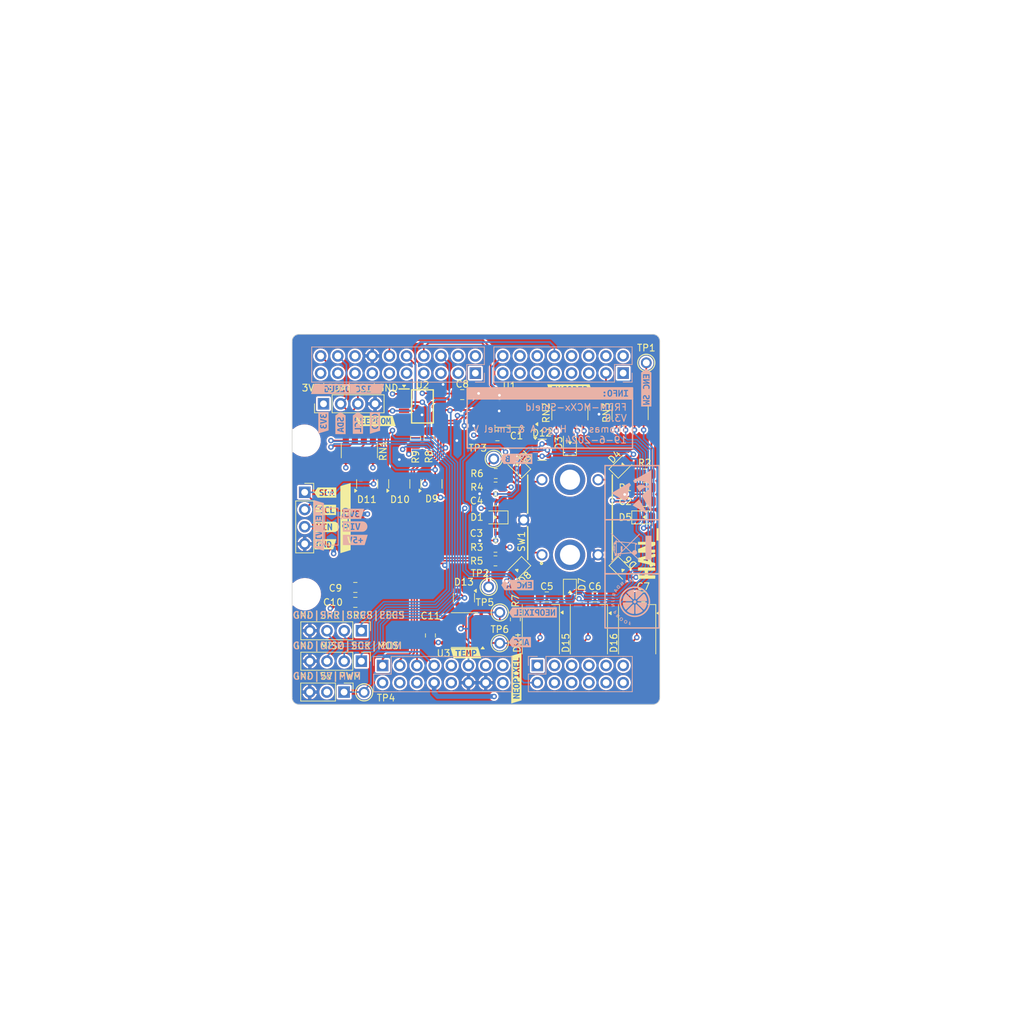
<source format=kicad_pcb>
(kicad_pcb (version 20240108) (generator "pcbnew") (generator_version "8.0")
  (title_block (title "FRDM-MCXx_Shield") (date "2024-06-19") (rev "V3.0") (company "HAN") (comment 1 "Authors: Thomas Ijseldijk, Hugo Arends & Emiel Visser"))
  (layers (0 "F.Cu" signal) (1 "In1.Cu" power) (2 "In2.Cu" power) (31 "B.Cu" signal) (34 "B.Paste" user) (35 "F.Paste" user) (36 "B.SilkS" user "B.Silkscreen") (37 "F.SilkS" user "F.Silkscreen") (38 "B.Mask" user) (39 "F.Mask" user) (44 "Edge.Cuts" user))
  (net 0 "")
  (net 1 "GND")
  (net 2 "/HMI/ENC_SW_RAW")
  (net 3 "/HMI/ENC_A_RAW")
  (net 4 "/HMI/ENC_B_RAW")
  (net 5 "+3.3V")
  (net 6 "/LED_NEOPIXEL")
  (net 7 "Net-(D1-A)")
  (net 8 "Net-(D2-A)")
  (net 9 "/ENC_B")
  (net 10 "/ENC_A")
  (net 11 "/SERVO_PWM")
  (net 12 "/ENC_SW")
  (net 13 "Net-(D3-A)")
  (net 14 "Net-(D4-A)")
  (net 15 "+5V")
  (net 16 "/SCL")
  (net 17 "/SDA")
  (net 18 "/~{EEPROM_CS}")
  (net 19 "/SPI_MISO")
  (net 20 "/SPI_MOSI")
  (net 21 "/SPI_SCK")
  (net 22 "Net-(D5-A)")
  (net 23 "/~{EEPROM_WP}")
  (net 24 "Net-(D6-A)")
  (net 25 "Net-(D7-A)")
  (net 26 "Net-(D8-A)")
  (net 27 "/~{SHIFTREG_CS}")
  (net 28 "/~{SHIFTREG_RST}")
  (net 29 "Net-(D14-DOUT)")
  (net 30 "Net-(D15-DOUT)")
  (net 74 "Net-(J5-Pin_3)")
  (net 75 "Net-(U2-~{HOLD})")
  (net 84 "/LM35_V_OUT")
  (net 85 "/HMI/LED4")
  (net 86 "/HMI/LED1")
  (net 87 "/HMI/LED3")
  (net 88 "/HMI/LED2")
  (net 89 "/HMI/LED8")
  (net 90 "/HMI/LED6")
  (net 91 "/HMI/LED5")
  (net 92 "/HMI/LED7")
  (net 94 "Net-(D14-DIN)")
  (footprint "kibuzzard-662EB702" (layer "F.Cu") (at 132.38 94.92)
    (property "Reference" "kibuzzard-662EB702" (hide yes))
    (property "Value" "G***" (hide yes))
  )
  (footprint "LED_SMD:LED_0805_2012Metric_Pad1.15x1.40mm_HandSolder" (layer "F.Cu") (at 160.731825 83.166826 135)
    (property "Reference" "D2")
    (property "Value" "LED")
  )
  (footprint "Package_TO_SOT_SMD:SOT-143" (layer "F.Cu") (at 148.05 86 90)
    (property "Reference" "D9")
    (property "Value" "SP0503BAHT")
  )
  (footprint "LED_SMD:LED_SK6812_PLCC4_5.0x5.0mm_P3.2mm" (layer "F.Cu") (at 164.22 107.48 90)
    (property "Reference" "D14")
    (property "Value" "SK6812")
  )
  (footprint "Connector_PinSocket_2.54mm:PinSocket_1x04_P2.54mm_Vertical" (layer "F.Cu") (at 129.32 87.24)
    (property "Reference" "J5" (hide yes))
    (property "Value" "Conn_01x04_Socket")
  )
  (footprint "LED_SMD:LED_SK6812_PLCC4_5.0x5.0mm_P3.2mm" (layer "F.Cu") (at 178.45 107.48 90)
    (property "Reference" "D16")
    (property "Value" "SK6812")
  )
  (footprint "LED_SMD:LED_0805_2012Metric_Pad1.15x1.40mm_HandSolder" (layer "F.Cu") (at 176.288174 83.166826 45)
    (property "Reference" "D4")
    (property "Value" "LED")
  )
  (footprint "Capacitor_SMD:C_0805_2012Metric_Pad1.18x1.45mm_HandSolder" (layer "F.Cu") (at 179.3625 102.7)
    (property "Reference" "C7")
    (property "Value" "100nF")
  )
  (footprint "Resistor_SMD:R_0805_2012Metric_Pad1.20x1.40mm_HandSolder" (layer "F.Cu") (at 157.53 86.47)
    (property "Reference" "R4")
    (property "Value" "10k")
  )
  (footprint "Capacitor_SMD:C_0805_2012Metric_Pad1.18x1.45mm_HandSolder" (layer "F.Cu") (at 157.5 93.3)
    (property "Reference" "C3")
    (property "Value" "10nF")
  )
  (footprint "SamacSys:5000" (layer "F.Cu") (at 158.15 104.99)
    (property "Reference" "TP5")
    (property "Value" "5001" (hide yes))
  )
  (footprint "kibuzzard-662EB6E1" (layer "F.Cu") (at 132.35 89.84)
    (property "Reference" "kibuzzard-662EB6E1" (hide yes))
    (property "Value" "G***" (hide yes))
  )
  (footprint "LED_SMD:LED_0805_2012Metric_Pad1.15x1.40mm_HandSolder" (layer "F.Cu") (at 179.51 90.945)
    (property "Reference" "D5")
    (property "Value" "LED")
  )
  (footprint "SamacSys:5000" (layer "F.Cu") (at 156.51 101.22)
    (property "Reference" "TP2")
    (property "Value" "5001" (hide yes))
  )
  (footprint "Resistor_SMD:R_Array_Convex_4x1206" (layer "F.Cu") (at 168.51 75.5 90)
    (property "Reference" "RN2")
    (property "Value" "1k")
  )
  (footprint "Capacitor_SMD:C_0805_2012Metric_Pad1.18x1.45mm_HandSolder" (layer "F.Cu") (at 179.5625 88.6 180)
    (property "Reference" "C2")
    (property "Value" "100nF")
  )
  (footprint "Package_TO_SOT_SMD:SOT-143" (layer "F.Cu") (at 164.4 80.95)
    (property "Reference" "D12")
    (property "Value" "SP0503BAHT")
  )
  (footprint "Capacitor_SMD:C_0805_2012Metric_Pad1.18x1.45mm_HandSolder" (layer "F.Cu") (at 136.8 101.3 180)
    (property "Reference" "C9")
    (property "Value" "10uF")
  )
  (footprint "SamacSys:5000" (layer "F.Cu") (at 157.26 82.3)
    (property "Reference" "TP3")
    (property "Value" "5001" (hide yes))
  )
  (footprint "Capacitor_SMD:C_0805_2012Metric_Pad1.18x1.45mm_HandSolder" (layer "F.Cu") (at 157.5375 88.5)
    (property "Reference" "C4")
    (property "Value" "10nF")
  )
  (footprint "Package_TO_SOT_SMD:SOT-143" (layer "F.Cu") (at 138.55 86 90)
    (property "Reference" "D11")
    (property "Value" "SP0503BAHT")
  )
  (footprint "Connector_PinHeader_2.54mm:PinHeader_1x04_P2.54mm_Vertical" (layer "F.Cu") (at 137.7 107.7 -90)
    (property "Reference" "J6" (hide yes))
    (property "Value" "Conn_01x04_Pin")
  )
  (footprint "Resistor_SMD:R_0805_2012Metric_Pad1.20x1.40mm_HandSolder" (layer "F.Cu") (at 179.55 86.54 180)
    (property "Reference" "R1")
    (property "Value" "10k")
  )
  (footprint "kibuzzard-666B52E7" (layer "F.Cu") (at 160.6 114.7 90)
    (property "Reference" "kibuzzard-666B52E7" (hide yes))
    (property "Value" "G***" (hide yes))
  )
  (footprint "Resistor_SMD:R_0805_2012Metric_Pad1.20x1.40mm_HandSolder" (layer "F.Cu") (at 157.51 95.36)
    (property "Reference" "R3")
    (property "Value" "10k")
  )
  (footprint "Capacitor_SMD:C_0805_2012Metric_Pad1.18x1.45mm_HandSolder" (layer "F.Cu") (at 152.6 72.8)
    (property "Reference" "C8")
    (property "Value" "100nF")
  )
  (footprint "Connector_PinHeader_2.54mm:PinHeader_1x04_P2.54mm_Vertical" (layer "F.Cu") (at 137.7 112.2 -90)
    (property "Reference" "J7" (hide yes))
    (property "Value" "Conn_01x04_Pin")
  )
  (footprint "Package_SO:SOIC-8_3.9x4.9mm_P1.27mm" (layer "F.Cu") (at 152.93 107.595 180)
    (property "Reference" "U3")
    (property "Value" "LM35-D")
  )
  (footprint "Connector_PinHeader_2.54mm:PinHeader_1x03_P2.54mm_Vertical" (layer "F.Cu") (at 135.14 116.76 -90)
    (property "Reference" "M1" (hide yes))
    (property "Value" "Motor_Servo")
  )
  (footprint "LOGO" (layer "F.Cu") (at 180.1 96.3 90)
    (property "Reference" "G***" (hide yes))
    (property "Value" "LOGO" (hide yes))
  )
  (footprint "kibuzzard-662EB6D3" (layer "F.Cu") (at 132.36 87.28)
    (property "Reference" "kibuzzard-662EB6D3" (hide yes))
    (property "Value" "G***" (hide yes))
  )
  (footprint "kibuzzard-662EBB86" (layer "F.Cu") (at 153.15 111.02)
    (property "Reference" "kibuzzard-662EBB86" (hide yes))
    (property "Value" "G***" (hide yes))
  )
  (footprint "Resistor_SMD:R_Array_Convex_4x1206" (layer "F.Cu") (at 137.4 81.1 -90)
    (property "Reference" "RN1")
    (property "Value" "4.7k")
  )
  (footprint "Resistor_SMD:R_0805_2012Metric_Pad1.20x1.40mm_HandSolder" (layer "F.Cu") (at 147.7 79.2 90)
    (property "Reference" "R8")
    (property "Value" "10k")
  )
  (footprint "LED_SMD:LED_0805_2012Metric_Pad1.15x1.40mm_HandSolder" (layer "F.Cu") (at 176.288174 98.723175 -45)
    (property "Reference" "D6")
    (property "Value" "LED")
  )
  (footprint "kibuzzard-662EB7B6" (layer "F.Cu") (at 135.35 91.05 90)
    (property "Reference" "kibuzzard-662EB7B6" (hide yes))
    (property "Value" "G***" (hide yes))
  )
  (footprint "LED_SMD:LED_0805_2012Metric_Pad1.15x1.40mm_HandSolder" (layer "F.Cu") (at 157.51 90.945 180)
    (property "Reference" "D1")
    (property "Value" "LED")
  )
  (footprint "Capacitor_SMD:C_0805_2012Metric_Pad1.18x1.45mm_HandSolder" (layer "F.Cu") (at 157.8 78.89)
    (property "Reference" "C1")
    (property "Value" "100nF")
  )
  (footprint "SamacSys:EC12D1564404" (layer "F.Cu") (at 168.53 90.93 90)
    (property "Reference" "SW1")
    (property "Value" "EC12D1524406" (hide yes))
  )
  (footprint "Resistor_SMD:R_0805_2012Metric_Pad1.20x1.40mm_HandSolder" (layer "F.Cu") (at 145.7 79.2 90)
    (property "Reference" "R9")
    (property "Value" "10k")
  )
  (footprint "LED_SMD:LED_SK6812_PLCC4_5.0x5.0mm_P3.2mm" (layer "F.Cu") (at 171.32 107.48 90)
    (property "Reference" "D15")
    (property "Value" "SK6812")
  )
  (footprint "MountingHole:MountingHole_2.2mm_M2" (layer "F.Cu") (at 129.34 102.3)
    (property "Reference" "H2" (hide yes))
    (property "Value" "MountingHole")
  )
  (footprint "Resistor_SMD:R_0805_2012Metric_Pad1.20x1.40mm_HandSolder" (layer "F.Cu") (at 157.51 97.37 180)
    (property "Reference" "R5")
    (property "Value" "1k")
  )
  (footprint "kibuzzard-662EB907" (layer "F.Cu") (at 168.52 72.04)
    (property "Reference" "kibuzzard-662EB907" (hide yes))
    (property "Value" "G***" (hide yes))
  )
  (footprint "Resistor_SMD:R_0805_2012Metric_Pad1.20x1.40mm_HandSolder" (layer "F.Cu") (at 179.56 84.54)
    (property "Reference" "R2")
    (property "Value" "1k")
  )
  (footprint "kibuzzard-662EBA34" (layer "F.Cu") (at 139.8 76.7)
    (property "Reference" "kibuzzard-662EBA34" (hide yes))
    (property "Value" "G***" (hide yes))
  )
  (footprint "Resistor_SMD:R_Array_Convex_4x1206" (layer "F.Cu") (at 177.41 75.47 90)
    (property "Reference" "RN3")
    (property "Value" "1k")
  )
  (footprint "Package_TO_SOT_SMD:SOT-143" (layer "F.Cu") (at 143.3 86 90)
    (property "Reference" "D10")
    (property "Value" "SP0503BAHT")
  )
  (footprint "SamacSys:SOIC127P600X175-8N" (layer "F.Cu") (at 146.72 74.55)
    (property "Reference" "U2")
    (property "Value" "M95010-RMN6TP" (hide yes))
  )
  (footprint "Package_TO_SOT_SMD:SOT-143" (layer "F.Cu") (at 152.85 102.8 -90)
    (property "Reference" "D13")
    (property "Value" "SP0503BAHT")
  )
  (footprint "LED_SMD:LED_0805_2012Metric_Pad1.15x1.40mm_HandSolder" (layer "F.Cu") (at 168.51 101.945 -90)
    (property "Reference" "D7")
    (property "Value" "LED")
  )
  (footprint "Capacitor_SMD:C_0805_2012Metric_Pad1.18x1.45mm_HandSolder" (layer "F.Cu") (at 165.1 102.7)
    (property "Reference" "C5")
    (property "Value" "100nF")
  )
  (footprint "Resistor_SMD:R_0805_2012Metric_Pad1.20x1.40mm_HandSolder" (layer "F.Cu") (at 157.56 84.47 180)
    (property "Reference" "R6")
    (property "Value" "1k")
  )
  (footprint "SamacSys:5000" (layer "F.Cu") (at 138.1 116.8 -90)
    (property "Reference" "TP4")
    (property "Value" "5001" (hide yes))
  )
  (footprint "LED_SMD:LED_0805_2012Metric_Pad1.15x1.40mm_HandSolder" (layer "F.Cu") (at 168.51 79.945 90)
    (property "Reference" "D3")
    (property "Value" "LED")
  )
  (footprint "Capacitor_SMD:C_0805_2012Metric_Pad1.18x1.45mm_HandSolder" (layer "F.Cu") (at 136.8 103.5 180)
    (property "Reference" "C10")
    (property "Value" "100nF")
  )
  (footprint "Resistor_SMD:R_0805_2012Metric_Pad1.20x1.40mm_HandSolder" (layer "F.Cu") (at 160.45 106.02 90)
    (property "Reference" "R7")
    (property "Value" "470")
  )
  (footprint "Capacitor_SMD:C_0805_2012Metric_Pad1.18x1.45mm_HandSolder" (layer "F.Cu") (at 147.9 108.4 90)
    (property "Reference" "C11")
    (property "Value" "100nF")
  )
  (footprint "Connector_PinHeader_2.54mm:PinHeader_1x04_P2.54mm_Vertical" (layer "F.Cu") (at 132.1 74.16 90)
    (property "Reference" "J8" (hide yes))
    (property "Value" "Conn_01x04_Pin")
  )
  (footprint "kibuzzard-662EB6F1" (layer "F.Cu") (at 132.58 92.35)
    (property "Reference" "kibuzzard-662EB6F1" (hide yes))
    (property "Value" "G***" (hide yes))
  )
  (footprint "LED_SMD:LED_0805_2012Metric_Pad1.15x1.40mm_HandSolder" (layer "F.Cu") (at 160.731825 98.723175 -135)
    (property "Reference" "D8")
    (property "Value" "LED")
  )
  (footprint "SamacSys:5000" (layer "F.Cu") (at 179.8 68.1)
    (property "Reference" "TP1")
    (property "Value" "5001" (hide yes))
  )
  (footprint "Capacitor_SMD:C_0805_2012Metric_Pad1.18x1.45mm_HandSolder" (layer "F.Cu") (at 172.2 102.7)
    (property "Reference" "C6")
    (property "Value" "100nF")
  )
  (footprint "Package_SO:TSSOP-16_4.4x5mm_P0.65mm" (layer "F.Cu") (at 159.58 74.9 180)
    (property "Reference" "U1")
    (property "Value" "74HC595")
  )
  (footprint "SamacSys:5000" (layer "F.Cu") (at 158.15 109.54)
    (property "Reference" "TP6")
    (property "Value" "5001" (hide yes))
  )
  (footprint "MountingHole:MountingHole_2.2mm_M2" (layer "F.Cu") (at 129.3 79.6)
    (property "Reference" "H1" (hide yes))
    (property "Value" "MountingHole")
  )
  (footprint "Symbol:WEEE-Logo_4.2x6mm_SilkScreen" (layer "B.Cu") (at 177.54 95.43 -90)
    (property "Reference" "REF1" (hide yes))
    (property "Value" "WEEE-Logo_4.2x6mm_SilkScreen" (hide yes))
  )
  (footprint "Connector_PinHeader_2.54mm:PinHeader_2x10_P2.54mm_Vertical" (layer "B.Cu") (at 154.54 69.63 90)
    (property "Reference" "J3" (hide yes))
    (property "Value" "Conn_02x10_Odd_Even")
  )
  (footprint "Symbol:ESD-Logo_6.6x6mm_SilkScreen" (layer "B.Cu") (at 177.584512 87.20824 -90)
    (property "Reference" "REF2" (hide yes))
    (property "Value" "MountingHole" (hide yes))
  )
  (footprint "User:mandarij_proof_logo" (layer "B.Cu") (at 178.08 103.42 -90)
    (property "Reference" "G***")
    (property "Value" "LOGO" (hide yes))
  )
  (footprint "kibuzzard-662EB833" (layer "B.Cu") (at 136.8 94.28 180)
    (property "Reference" "kibuzzard-662EB833" (hide yes))
    (property "Value" "G***" (hide yes))
  )
  (footprint "kibuzzard-65D74CD7" (layer "B.Cu") (at 165.7 72.6 180)
    (property "Reference" "kibuzzard-65D74CD7" (hide yes))
    (property "Value" "G***" (hide yes))
  )
  (footprint "Connector_PinHeader_2.54mm:PinHeader_2x06_P2.54mm_Vertical" (layer "B.Cu") (at 163.7 112.83 -90)
    (property "Reference" "J2" (hide yes))
    (property "Value" "Conn_02x06_Odd_Even")
  )
  (footprint "kibuzzard-662FE170" (layer "B.Cu") (at 132.09 76.97 -90)
    (property "Reference" "kibuzzard-662FE170" (hide yes))
    (property "Value" "G***" (hide yes))
  )
  (footprint "kibuzzard-662FE13B" (layer "B.Cu") (at 137.19 76.99 -90)
    (property "Reference" "kibuzzard-662FE13B" (hide yes))
    (property "Value" "G***" (hide yes))
  )
  (footprint "Jumper:SolderJumper-3_P2.0mm_Open_TrianglePad1.0x1.5mm" (layer "B.Cu") (at 133.3 92.3 -90)
    (property "Reference" "JP1" (hide yes))
    (property "Value" "SolderJumper_3_Open")
  )
  (footprint "kibuzzard-662FD20D" (layer "B.Cu") (at 163.04 105 180)
    (property "Reference" "kibuzzard-662FD20D" (hide yes))
    (property "Value" "G***" (hide yes))
  )
  (footprint "kibuzzard-666B52B8" (layer "B.Cu") (at 131.4 92.13 -90)
    (property "Reference" "kibuzzard-666B52B8" (hide yes))
    (property "Value" "G***" (hide yes))
  )
  (footprint "kibuzzard-662FD226" (layer "B.Cu") (at 160.75 100.95 180)
    (property "Reference" "kibuzzard-662FD226" (hide yes))
    (property "Value" "G***" (hide yes))
  )
  (footprint "kibuzzard-662EB81C" (layer "B.Cu") (at 136.53 90.42 180)
    (property "Reference" "kibuzzard-662EB81C" (hide yes))
    (property "Value" "G***" (hide yes))
  )
  (footprint "Connector_PinHeader_2.54mm:PinHeader_2x08_P2.54mm_Vertical" (layer "B.Cu") (at 140.83 112.84 -90)
    (property "Reference" "J4" (hide yes))
    (property "Value" "Conn_02x08_Odd_Even")
  )
  (footprint "kibuzzard-662FD1ED" (layer "B.Cu") (at 161.12 109.38 180)
    (property "Reference" "kibuzzard-662FD1ED" (hide yes))
    (property "Value" "G***" (hide yes))
  )
  (footprint "kibuzzard-662FE134" (layer "B.Cu") (at 134.61 77.01 -90)
    (property "Reference" "kibuzzard-662FE134" (hide yes))
    (property "Value" "G***" (hide yes))
  )
  (footprint "kibuzzard-666B4FA4" (layer "B.Cu") (at 179.8 71.8 -90)
    (property "Reference" "kibuzzard-666B4FA4" (hide yes))
    (property "Value" "G***" (hide yes))
  )
  (footprint "Connector_PinHeader_2.54mm:PinHeader_2x08_P2.54mm_Vertical" (layer "B.Cu") (at 176.38 69.62 90)
    (property "Reference" "J1" (hide yes))
    (property "Value" "Conn_02x08_Odd_Even")
  )
  (footprint "kibuzzard-662FE168" (layer "B.Cu") (at 139.71 76.99 -90)
    (property "Reference" "kibuzzard-662FE168" (hide yes))
    (property "Value" "G***" (hide yes))
  )
  (footprint "kibuzzard-662EB4EE" (layer "B.Cu") (at 135.67 71.96 180)
    (property "Reference" "kibuzzard-662EB4EE" (hide yes))
    (property "Value" "G***" (hide yes))
  )
  (footprint "kibuzzard-662EB828" (layer "B.Cu") (at 136.77 92.3 180)
    (property "Reference" "kibuzzard-662EB828" (hide yes))
    (property "Value" "G***" (hide yes))
  )
  (footprint "kibuzzard-662FD243" (layer "B.Cu") (at 160.59 82.29 180)
    (property "Reference" "kibuzzard-662FD243" (hide yes))
    (property "Value" "G***" (hide yes))
  )
  (gr_rect (start 153.33 71.9) (end 153.7 73.44) (stroke (width 0.2)) (fill solid) (layer "B.SilkS"))
  (gr_rect (start 153.33 71.8) (end 177.77 73.44) (stroke (width 0.2)) (fill none) (layer "B.SilkS"))
  (gr_rect (start 173.7 91.29) (end 181.7 99.29) (stroke (width 0.2)) (fill none) (layer "B.SilkS"))
  (gr_rect (start 173.7 83.29) (end 181.7 91.29) (stroke (width 0.2)) (fill none) (layer "B.SilkS"))
  (gr_rect (start 173.7 99.29) (end 181.7 107.29) (stroke (width 0.2)) (fill none) (layer "B.SilkS"))
  (gr_line (start 179.65 90.7) (end 179.65 91.1) (stroke (width 0.15)) (layer "F.SilkS"))
  (gr_line (start 167.5 105.2) (end 167.2 105) (stroke (width 0.15)) (layer "F.SilkS"))
  (gr_line (start 179.55 90.9) (end 179.65 91.1) (stroke (width 0.15)) (layer "F.SilkS"))
  (gr_line (start 160.775 98.975) (end 160.475 98.675) (stroke (width 0.15)) (layer "F.SilkS"))
  (gr_line (start 168.72 102.1) (end 168.32 102.1) (stroke (width 0.15)) (layer "F.SilkS"))
  (gr_line (start 160.495 83.215) (end 160.795 82.915) (stroke (width 0.15)) (layer "F.SilkS"))
  (gr_line (start 174.6 105.3) (end 174.3 105.1) (stroke (width 0.15)) (layer "F.SilkS"))
  (gr_line (start 144 71.5) (end 144.2 71.4) (stroke (width 0.15)) (layer "F.SilkS"))
  (gr_line (start 181.4 105.1) (end 181.7 104.9) (stroke (width 0.15)) (layer "F.SilkS"))
  (gr_line (start 167.4 105) (end 167.5 105.2) (stroke (width 0.15)) (layer "F.SilkS"))
  (gr_line (start 181.6 105.1) (end 181.7 105.3) (stroke (width 0.15)) (layer "F.SilkS"))
  (gr_line (start 168.52 80.1) (end 168.32 79.8) (stroke (width 0.15)) (layer "F.SilkS"))
  (gr_line (start 168.32 102.1) (end 168.52 101.8) (stroke (width 0.15)) (layer "F.SilkS"))
  (gr_line (start 160.775 98.675) (end 160.625 98.825) (stroke (width 0.15)) (layer "F.SilkS"))
  (gr_line (start 176.245 83.225) (end 176.395 83.075) (stroke (width 0.15)) (layer "F.SilkS"))
  (gr_line (start 168.52 102) (end 168.32 102.1) (stroke (width 0.15)) (layer "F.SilkS"))
  (gr_line (start 176.245 82.925) (end 176.545 83.225) (stroke (width 0.15)) (layer "F.SilkS"))
  (gr_line (start 176.2 98.61) (end 176.245 98.975) (stroke (width 0.15)) (layer "F.SilkS"))
  (gr_line (start 168.32 79.8) (end 168.72 79.8) (stroke (width 0.15)) (layer "F.SilkS"))
  (gr_line (start 176.18 83.27) (end 176.245 82.925) (stroke (width 0.15)) (layer "F.SilkS"))
  (gr_line (start 144.2 71.4) (end 144 71.7) (stroke (width 0.15)) (layer "F.SilkS"))
  (gr_line (start 181.7 104.9) (end 181.7 105.3) (stroke (width 0.15)) (layer "F.SilkS"))
  (gr_line (start 160.84 83.28) (end 160.495 83.215) (stroke (width 0.15)) (layer "F.SilkS"))
  (gr_line (start 160.84 83.28) (end 160.795 82.915) (stroke (width 0.15)) (layer "F.SilkS"))
  (gr_line (start 174.5 105.1) (end 174.6 105.3) (stroke (width 0.15)) (layer "F.SilkS"))
  (gr_line (start 179.65 91.1) (end 179.35 90.9) (stroke (width 0.15)) (layer "F.SilkS"))
  (gr_line (start 174.3 105.1) (end 174.6 104.9) (stroke (width 0.15)) (layer "F.SilkS"))
  (gr_line (start 168.72 79.8) (end 168.52 80.1) (stroke (width 0.15)) (layer "F.SilkS"))
  (gr_line (start 143.8 71.4) (end 144.2 71.4) (stroke (width 0.15)) (layer "F.SilkS"))
  (gr_line (start 168.52 101.8) (end 168.72 102.1) (stroke (width 0.15)) (layer "F.SilkS"))
  (gr_line (start 181.7 105.3) (end 181.4 105.1) (stroke (width 0.15)) (layer "F.SilkS"))
  (gr_line (start 176.18 83.27) (end 176.545 83.225) (stroke (width 0.15)) (layer "F.SilkS"))
  (gr_line (start 160.795 83.215) (end 160.645 83.065) (stroke (width 0.15)) (layer "F.SilkS"))
  (gr_line (start 179.35 90.9) (end 179.65 90.7) (stroke (width 0.15)) (layer "F.SilkS"))
  (gr_line (start 176.245 98.675) (end 176.395 98.825) (stroke (width 0.15)) (layer "F.SilkS"))
  (gr_line (start 168.52 79.9) (end 168.72 79.8) (stroke (width 0.15)) (layer "F.SilkS"))
  (gr_line (start 160.84 98.63) (end 160.475 98.675) (stroke (width 0.15)) (layer "F.SilkS"))
  (gr_line (start 176.545 98.675) (end 176.245 98.975) (stroke (width 0.15)) (layer "F.SilkS"))
  (gr_line (start 167.5 104.8) (end 167.5 105.2) (stroke (width 0.15)) (layer "F.SilkS"))
  (gr_line (start 176.2 98.61) (end 176.545 98.675) (stroke (width 0.15)) (layer "F.SilkS"))
  (gr_line (start 167.2 105) (end 167.5 104.8) (stroke (width 0.15)) (layer "F.SilkS"))
  (gr_line (start 157.47 90.94) (end 157.37 90.74) (stroke (width 0.15)) (layer "F.SilkS"))
  (gr_line (start 174.6 104.9) (end 174.6 105.3) (stroke (width 0.15)) (layer "F.SilkS"))
  (gr_line (start 157.37 90.74) (end 157.67 90.94) (stroke (width 0.15)) (layer "F.SilkS"))
  (gr_line (start 157.37 91.14) (end 157.37 90.74) (stroke (width 0.15)) (layer "F.SilkS"))
  (gr_line (start 160.84 98.63) (end 160.775 98.975) (stroke (width 0.15)) (layer "F.SilkS"))
  (gr_line (start 144 71.7) (end 143.8 71.4) (stroke (width 0.15)) (layer "F.SilkS"))
  (gr_line (start 157.67 90.94) (end 157.37 91.14) (stroke (width 0.15)) (layer "F.SilkS"))
  (gr_line (start 127.46 117.59) (end 127.46 64.89) (stroke (width 0.1)) (layer "Edge.Cuts"))
  (gr_line (start 181.8 64.89) (end 181.8 117.59) (stroke (width 0.1)) (layer "Edge.Cuts"))
  (gr_line (start 128.46 63.89) (end 180.8 63.89) (stroke (width 0.1)) (layer "Edge.Cuts"))
  (gr_arc (start 181.8 117.59) (mid 181.507107 118.297107) (end 180.8 118.59) (stroke (width 0.1)) (layer "Edge.Cuts"))
  (gr_arc (start 128.46 118.59) (mid 127.752893 118.297107) (end 127.46 117.59) (stroke (width 0.1)) (layer "Edge.Cuts"))
  (gr_line (start 180.8 118.59) (end 128.46 118.59) (stroke (width 0.1)) (layer "Edge.Cuts"))
  (gr_arc (start 180.8 63.89) (mid 181.507107 64.182893) (end 181.8 64.89) (stroke (width 0.1)) (layer "Edge.Cuts"))
  (gr_arc (start 127.46 64.89) (mid 127.752893 64.182893) (end 128.46 63.89) (stroke (width 0.1)) (layer "Edge.Cuts"))
  (gr_text "REV: 3.0" (at 129.18 70.75 90) (layer "F.Cu") (effects (font (size 1 1) (thickness 0.25) (bold yes)) (justify left bottom)))
  (gr_text "MOSI|SCK|MISO|GND" (at 143.74 110.5 0) (layer "B.SilkS") (effects (font (size 1 1)) (justify left bottom mirror)))
  (gr_text "PWM|5V|GND" (at 137.7 115 0) (layer "B.SilkS") (effects (font (size 1 1)) (justify left bottom mirror)))
  (gr_text "EECS|SRCS|SRR|GND" (at 144.16 105.99 0) (layer "B.SilkS") (effects (font (size 1 1)) (justify left bottom mirror)))
  (gr_text "GND|MISO|SCK|MOSI" (at 127.5 110.5 0) (layer "F.SilkS") (effects (font (size 1 1)) (justify left bottom)))
  (gr_text "GND|5V|PWM" (at 127.5 115 0) (layer "F.SilkS") (effects (font (size 1 1)) (justify left bottom)))
  (gr_text "GND|SRR|SRCS|EECS" (at 127.49 105.99 0) (layer "F.SilkS") (effects (font (size 1 1)) (justify left bottom)))
  (gr_text "3V3|SDA|SCL|GND" (at 128.8 72.4 0) (layer "F.SilkS") (effects (font (size 1 1)) (justify left bottom)))
  (gr_text_box "FRDM-MCXx-Shield\nV3.0\nThomas IJ, Hugo A & Emiel V\n19-6-2024" (start 153.33 73.34) (end 177.7654 80.71) (layer "B.SilkS") (effects (font (size 1 1)) (justify left top mirror)) (border yes) (stroke (width 0.2)))
  (segment (start 150.6 73.6) (end 150.315 73.315) (width 0.25) (layer "F.Cu") (net 1))
  (segment (start 142.7 74.4) (end 142.815 74.515) (width 0.25) (layer "F.Cu") (net 1))
  (segment (start 142.4 73.7) (end 142.785 73.315) (width 0.25) (layer "F.Cu") (net 1))
  (segment (start 142.785 73.315) (end 144.985 73.315) (width 0.25) (layer "F.Cu") (net 1))
  (segment (start 150.9 74.2) (end 150.7845 74.2) (width 0.25) (layer "F.Cu") (net 1))
  (segment (start 144.985 73.315) (end 145.1 73.2) (width 0.25) (layer "F.Cu") (net 1))
  (segment (start 142.9 75.8) (end 145 75.8) (width 0.25) (layer "F.Cu") (net 1))
  (segment (start 147.815 73.315) (end 147.8 73.3) (width 0.25) (layer "F.Cu") (net 1))
  (segment (start 150.315 73.315) (end 147.815 73.315) (width 0.25) (layer "F.Cu") (net 1))
  (segment (start 144.008 76.455) (end 143.898 76.345) (width 0.25) (layer "F.Cu") (net 1))
  (segment (start 169.1 103.84) (end 168.47 104.47) (width 0.25) (layer "F.Cu") (net 1))
  (segment (start 156.7175 75.225) (end 158.055 75.225) (width 0.25) (layer "F.Cu") (net 1))
  (segment (start 150.3995 74.585) (end 148.315 74.585) (width 0.25) (layer "F.Cu") (net 1))
  (segment (start 142.815 74.515) (end 145.085 74.515) (width 0.25) (layer "F.Cu") (net 1))
  (segment (start 148.315 74.585) (end 148.2 74.7) (width 0.25) (layer "F.Cu") (net 1))
  (segment (start 169.83 103.84) (end 169.1 103.84) (width 0.25) (layer "F.Cu") (net 1))
  (segment (start 158.055 75.225) (end 158.06 75.22) (width 0.25) (layer "F.Cu") (net 1))
  (segment (start 150.7845 74.2) (end 150.3995 74.585) (width 0.25) (layer "F.Cu") (net 1))
  (via (at 146.66 75.8) (size 0.8) (drill 0.4) (layers "F.Cu" "B.Cu") (net 1))
  (via (at 149.77 71.3) (size 0.8) (drill 0.4) (layers "F.Cu" "B.Cu") (net 1))
  (via (at 172.81 75.7) (size 0.8) (drill 0.4) (layers "F.Cu" "B.Cu") (net 1))
  (via (at 158.06 75.22) (size 0.8) (drill 0.4) (layers "F.Cu" "B.Cu") (net 1))
  (via (at 151.8 79.6) (size 0.8) (drill 0.4) (layers "F.Cu" "B.Cu") (net 1))
  (via (at 155.17 87.46) (size 0.8) (drill 0.4) (layers "F.Cu" "B.Cu") (net 1))
  (via (at 155.2 94.37) (size 0.8) (drill 0.4) (layers "F.Cu" "B.Cu") (net 1))
  (via (at 154.3 77.4) (size 0.8) (drill 0.4) (layers "F.Cu" "B.Cu") (net 1))
  (via (at 143.3 82.4) (size 0.8) (drill 0.4) (layers "F.Cu" "B.Cu") (net 1))
  (segment (start 172.68 85.38) (end 177.72 85.38) (width 0.25) (layer "F.Cu") (net 2))
  (segment (start 177.72 85.38) (end 178.56 84.54) (width 0.25) (layer "F.Cu") (net 2))
  (segment (start 158.51 97.37) (end 159.55 97.37) (width 0.25) (layer "F.Cu") (net 3))
  (segment (start 164.05 96.15) (end 164.38 96.48) (width 0.25) (layer "F.Cu") (net 3))
  (segment (start 159.56 97.35) (end 160.76 96.15) (width 0.25) (layer "F.Cu") (net 3))
  (segment (start 160.76 96.15) (end 164.05 96.15) (width 0.25) (layer "F.Cu") (net 3))
  (segment (start 160.12 84.89) (end 160.91 85.68) (width 0.25) (layer "F.Cu") (net 4))
  (segment (start 158.55 84.89) (end 160.12 84.89) (width 0.25) (layer "F.Cu") (net 4))
  (segment (start 160.91 85.68) (end 164.08 85.68) (width 0.25) (layer "F.Cu") (net 4))
  (segment (start 164.08 85.68) (end 164.38 85.38) (width 0.25) (layer "F.Cu") (net 4))
  (segment (start 149.432 72.645) (end 151.4075 72.645) (width 0.25) (layer "F.Cu") (net 5))
  (segment (start 164.14 103.1425) (end 164.14 108.89) (width 0.25) (layer "F.Cu") (net 5))
  (segment (start 147.7 80.2) (end 145.7 80.2) (width 0.7) (layer "F.Cu") (net 5))
  (segment (start 156.7625 78.89) (end 154.39 78.89) (width 0.25) (layer "F.Cu") (net 5))
  (segment (start 156.7625 77.22) (end 156.7175 77.175) (width 0.25) (layer "F.Cu") (net 5))
  (segment (start 178.4 108.7) (end 177.04 110.06) (width 0.25) (layer "F.Cu") (net 5))
  (segment (start 139.4 82.6) (end 139.4 83.6) (width 0.25) (layer "F.Cu") (net 5))
  (segment (start 138.06 82.6) (end 139.4 82.6) (width 0.25) (layer "F.Cu") (net 5))
  (segment (start 177.63 86.54) (end 178.55 86.54) (width 0.25) (layer "F.Cu") (net 5))
  (segment (start 145 80.2) (end 145.7 80.2) (width 0.7) (layer "F.Cu") (net 5))
  (segment (start 154.39 78.89) (end 154.3 78.8) (width 0.25) (layer "F.Cu") (net 5))
  (segment (start 171.195 108.705) (end 169.97 109.93) (width 0.25) (layer "F.Cu") (net 5))
  (segment (start 151.4075 72.645) (end 151.5625 72.8) (width 0.25) (layer "F.Cu") (net 5))
  (segment (start 169.97 109.93) (end 169.72 109.93) (width 0.25) (layer "F.Cu") (net 5))
  (segment (start 169.72 109.93) (end 169.58 110.07) (width 0.25) (layer "F.Cu") (net 5))
  (segment (start 171.195 102.73) (end 171.195 108.705) (width 0.25) (layer "F.Cu") (net 5))
  (segment (start 149.387 72.6) (end 149.432 72.645) (width 0.25) (layer "F.Cu") (net 5))
  (segment (start 164.14 108.89) (end 163.1 109.93) (width 0.25) (layer "F.Cu") (net 5))
  (segment (start 156.7625 78.89) (end 156.7625 77.22) (width 0.25) (layer "F.Cu") (net 5))
  (segment (start 144.7 81.6) (end 144.7 80.5) (width 0.7) (layer "F.Cu") (net 5))
  (segment (start 176.61 87.56) (end 177.63 86.54) (width 0.25) (layer "F.Cu") (net 5))
  (segment (start 135.4 82.6) (end 135.4 83.6) (width 0.25) (layer "F.Cu") (net 5))
  (segment (start 178.4 103.3775) (end 178.4 108.7) (width 0.25) (layer "F.Cu") (net 5))
  (segment (start 177.04 110.06) (end 176.84 110.06) (width 0.25) (layer "F.Cu") (net 5))
  (segment (start 159.65 95.34) (end 158.52 95.34) (width 0.25) (layer "F.Cu") (net 5))
  (segment (start 159.82 86.48) (end 158.54 86.48) (width 0.25) (layer "F.Cu") (net 5))
  (segment (start 158.54 86.48) (end 158.53 86.47) (width 0.25) (layer "F.Cu") (net 5))
  (segment (start 144.7 80.5) (end 145 80.2) (width 0.7) (layer "F.Cu") (net 5))
  (segment (start 146.7 72.6) (end 149.387 72.6) (width 0.25) (layer "F.Cu") (net 5))
  (via (at 171.2 108.7) (size 0.8) (drill 0.4) (layers "F.Cu" "B.Cu") (net 5))
  (via (at 178.4 108.7) (size 0.8) (drill 0.4) (layers "F.Cu" "B.Cu") (net 5))
  (via (at 164.1 108.7) (size 0.8) (drill 0.4) (layers "F.Cu" "B.Cu") (net 5))
  (via (at 144.7 81.6) (size 0.8) (drill 0.4) (layers "F.Cu" "B.Cu") (net 5))
  (via (at 138.6 90.45) (size 0.8) (drill 0.4) (layers "F.Cu" "B.Cu") (net 5))
  (via (at 154.3 78.8) (size 0.8) (drill 0.4) (layers "F.Cu" "B.Cu") (net 5))
  (via (at 146.7 72.6) (size 0.8) (drill 0.4) (layers "F.Cu" "B.Cu") (net 5))
  (via (at 176.61 87.56) (size 0.8) (drill 0.4) (layers "F.Cu" "B.Cu") (net 5))
  (via (at 139.4 83.6) (size 0.8) (drill 0.4) (layers "F.Cu" "B.Cu") (net 5))
  (via (at 157.31 117.41) (size 0.8) (drill 0.4) (layers "F.Cu" "B.Cu") (net 5))
  (via (at 135.4 83.6) (size 0.8) (drill 0.4) (layers "F.Cu" "B.Cu") (net 5))
  (via (at 159.82 86.48) (size 0.8) (drill 0.4) (layers "F.Cu" "B.Cu") (net 5))
  (via (at 159.65 95.34) (size 0.8) (drill 0.4) (layers "F.Cu" "B.Cu") (net 5))
  (segment (start 138.6 90.45) (end 133.45 90.45) (width 0.7) (layer "B.Cu") (net 5))
  (segment (start 157.3 117.4) (end 148.98 117.4) (width 0.7) (layer "B.Cu") (net 5))
  (segment (start 148.45 116.87) (end 148.45 115.38) (width 0.7) (layer "B.Cu") (net 5))
  (segment (start 157.31 117.41) (end 157.3 117.4) (width 0.7) (layer "B.Cu") (net 5))
  (segment (start 148.98 117.4) (end 148.45 116.87) (width 0.7) (layer "B.Cu") (net 5))
  (segment (start 133.45 90.45) (end 133.3 90.3) (width 0.7) (layer "B.Cu") (net 5))
  (segment (start 158.54 107.02) (end 158.15 106.63) (width 0.25) (layer "F.Cu") (net 6))
  (segment (start 160.45 107.02) (end 158.54 107.02) (width 0.25) (layer "F.Cu") (net 6))
  (segment (start 152.75 107.05) (end 152.75 104.4) (width 0.25) (layer "F.Cu") (net 6))
  (segment (start 152.75 104.4) (end 152.15 103.8) (width 0.25) (layer "F.Cu") (net 6))
  (segment (start 158.15 106.63) (end 158.15 104.99) (width 0.25) (layer "F.Cu") (net 6))
  (segment (start 152.4 107.4) (end 152.75 107.05) (width 0.25) (layer "F.Cu") (net 6))
  (segment (start 152.15 103.8) (end 151.9 103.8) (width 0.25) (layer "F.Cu") (net 6))
  (via (at 152.4 107.4) (size 0.8) (drill 0.4) (layers "F.Cu" "B.Cu") (net 6))
  (segment (start 153.53 105.77) (end 154.31 104.99) (width 0.25) (layer "B.Cu") (net 6))
  (segment (start 153.53 106.67) (end 153.53 105.77) (width 0.25) (layer "B.Cu") (net 6))
  (segment (start 153.53 107.4) (end 153.53 106.67) (width 0.25) (layer "B.Cu") (net 6))
  (segment (start 153.53 112.84) (end 153.53 107.4) (width 0.25) (layer "B.Cu") (net 6))
  (segment (start 152.4 107.4) (end 153.53 107.4) (width 0.25) (layer "B.Cu") (net 6))
  (segment (start 154.31 104.99) (end 158.53 104.99) (width 0.25) (layer "B.Cu") (net 6))
  (segment (start 155.4 89.6) (end 156.1 89.6) (width 0.25) (layer "F.Cu") (net 7))
  (segment (start 156.5075 90.0075) (end 156.5075 90.899989) (width 0.25) (layer "F.Cu") (net 7))
  (segment (start 170.6 78.16) (end 170.51 78.07) (width 0.25) (layer "F.Cu") (net 7))
  (segment (start 170.51 78.07) (end 170.51 77) (width 0.25) (layer "F.Cu") (net 7))
  (segment (start 156.1 89.6) (end 156.5075 90.0075) (width 0.25) (layer "F.Cu") (net 7))
  (via (at 170.6 78.16) (size 0.8) (drill 0.4) (layers "F.Cu" "B.Cu") (net 7))
  (via (at 152.985 89.6) (size 0.8) (drill 0.4) (layers "F.Cu" "B.Cu") (net 7))
  (via (at 155.4 89.6) (size 0.8) (drill 0.4) (layers "F.Cu" "B.Cu") (net 7))
  (segment (start 177.818268 100.640641) (end 175.598909 102.86) (width 0.25) (layer "B.Cu") (net 7))
  (segment (start 179.130405 93.205) (end 179.240686 93.205) (width 0.25) (layer "B.Cu") (net 7))
  (segment (start 177.818268 100.291732) (end 177.818268 100.640641) (width 0.25) (layer "B.Cu") (net 7))
  (segment (start 178.735 92.809595) (end 179.130405 93.205) (width 0.25) (layer "B.Cu") (net 7))
  (segment (start 179.240686 93.205) (end 179.686 93.650314) (width 0.25) (layer "B.Cu") (net 7))
  (segment (start 177.996537 99.12) (end 177.601132 99.515405) (width 0.25) (layer "B.Cu") (net 7))
  (segment (start 169.175 102.975) (end 168.89 103.26) (width 0.25) (layer "B.Cu") (net 7))
  (segment (start 179.286 81.473059) (end 179.286 91.699405) (width 0.25) (layer "B.Cu") (net 7))
  (segment (start 178.167941 80.355) (end 179.286 81.473059) (width 0.25) (layer "B.Cu") (net 7))
  (segment (start 179.686 93.650314) (end 179.686 98.207223) (width 0.25) (layer "B.Cu") (net 7))
  (segment (start 152.71 89.875) (end 152.985 89.6) (width 0.25) (layer "B.Cu") (net 7))
  (segment (start 175.598909 102.86) (end 170.694595 102.86) (width 0.25) (layer "B.Cu") (net 7))
  (segment (start 170.6 79.356314) (end 171.598686 80.355) (width 0.25) (layer "B.Cu") (net 7))
  (segment (start 153.595 99.695) (end 152.71 98.81) (width 0.25) (layer "B.Cu") (net 7))
  (segment (start 179.686 98.207223) (end 178.773222 99.12) (width 0.25) (layer "B.Cu") (net 7))
  (segment (start 179.286 91.699405) (end 178.735 92.250405) (width 0.25) (layer "B.Cu") (net 7))
  (segment (start 159.449595 99.695) (end 153.595 99.695) (width 0.25) (layer "B.Cu") (net 7))
  (segment (start 152.71 98.81) (end 152.71 89.875) (width 0.25) (layer "B.Cu") (net 7))
  (segment (start 169.175 102.690405) (end 169.175 102.975) (width 0.25) (layer "B.Cu") (net 7))
  (segment (start 169.570405 102.295) (end 169.175 102.690405) (width 0.25) (layer "B.Cu") (net 7))
  (segment (start 177.601132 100.074595) (end 177.818268 100.291732) (width 0.25) (layer "B.Cu") (net 7))
  (segment (start 178.773222 99.12) (end 177.996537 99.12) (width 0.25) (layer "B.Cu") (net 7))
  (segment (start 159.845 100.090405) (end 159.449595 99.695) (width 0.25) (layer "B.Cu") (net 7))
  (segment (start 177.601132 99.515405) (end 177.601132 100.074595) (width 0.25) (layer "B.Cu") (net 7))
  (segment (start 170.694595 102.86) (end 170.129595 102.295) (width 0.25) (layer "B.Cu") (net 7))
  (segment (start 159.57 100.924595) (end 159.845 100.649595) (width 0.25) (layer "B.Cu") (net 7))
  (segment (start 170.6 78.16) (end 170.6 79.356314) (width 0.25) (layer "B.Cu") (net 7))
  (segment (start 168.89 103.26) (end 160.721686 103.26) (width 0.25) (layer "B.Cu") (net 7))
  (segment (start 159.845 100.649595) (end 159.845 100.090405) (width 0.25) (layer "B.Cu") (net 7))
  (segment (start 160.721686 103.26) (end 159.57 102.108314) (width 0.25) (layer "B.Cu") (net 7))
  (segment (start 159.57 102.108314) (end 159.57 100.924595) (width 0.25) (layer "B.Cu") (net 7))
  (segment (start 171.598686 80.355) (end 178.167941 80.355) (width 0.25) (layer "B.Cu") (net 7))
  (segment (start 170.129595 102.295) (end 169.570405 102.295) (width 0.25) (layer "B.Cu") (net 7))
  (segment (start 178.735 92.250405) (end 178.735 92.809595) (width 0.25) (layer "B.Cu") (net 7))
  (segment (start 159.004 81.439001) (end 160.007041 82.442042) (width 0.25) (layer "F.Cu") (net 8))
  (segment (start 159.004 81.28) (end 159.004 81.439001) (width 0.25) (layer "F.Cu") (net 8))
  (segment (start 169.17 77.696773) (end 169.17 77) (width 0.25) (layer "F.Cu") (net 8))
  (segment (start 169.628007 78.15478) (end 169.17 77.696773) (width 0.25) (layer "F.Cu") (net 8))
  (via (at 159.004 81.28) (size 0.8) (drill 0.4) (layers "F.Cu" "B.Cu") (net 8))
  (via (at 169.628007 78.15478) (size 0.8) (drill 0.4) (layers "F.Cu" "B.Cu") (net 8))
  (segment (start 170.29528 101.895) (end 169.40472 101.895) (width 0.25) (layer "B.Cu") (net 8))
  (segment (start 153.66 89.879595) (end 153.66 89.320405) (width 0.25) (layer "B.Cu") (net 8))
  (segment (start 158.124 80.4) (end 159.004 81.28) (width 0.25) (layer "B.Cu") (net 8))
  (segment (start 177.201132 100.24028) (end 177.39 100.429148) (width 0.25) (layer "B.Cu") (net 8))
  (segment (start 168.724314 102.86) (end 160.887372 102.86) (width 0.25) (layer "B.Cu") (net 8))
  (segment (start 159.97 101.942628) (end 159.97 101.090281) (width 0.25) (layer "B.Cu") (net 8))
  (segment (start 169.628007 78.950007) (end 171.433 80.755) (width 0.25) (layer "B.Cu") (net 8))
  (segment (start 178.335 92.975281) (end 178.964719 93.605) (width 0.25) (layer "B.Cu") (net 8))
  (segment (start 170.860281 102.46) (end 170.29528 101.895) (width 0.25) (layer "B.Cu") (net 8))
  (segment (start 159.61528 99.295) (end 153.760686 99.295) (width 0.25) (layer "B.Cu") (net 8))
  (segment (start 177.829719 98.72) (end 177.201132 99.348587) (width 0.25) (layer "B.Cu") (net 8))
  (segment (start 177.39 100.503223) (end 175.433223 102.46) (width 0.25) (layer "B.Cu") (net 8))
  (segment (start 153.025 88.925) (end 152.71 88.61) (width 0.25) (layer "B.Cu") (net 8))
  (segment (start 160.887372 102.86) (end 159.97 101.942628) (width 0.25) (layer "B.Cu") (net 8))
  (segment (start 178.002255 80.755) (end 178.886 81.638745) (width 0.25) (layer "B.Cu") (net 8))
  (segment (start 179.286 98.041537) (end 178.607537 98.72) (width 0.25) (layer "B.Cu") (net 8))
  (segment (start 152.71 88.61) (end 152.71 82.635735) (width 0.25) (layer "B.Cu") (net 8))
  (segment (start 154.945735 80.4) (end 158.124 80.4) (width 0.25) (layer "B.Cu") (net 8))
  (segment (start 160.245 100.81528) (end 160.245 99.924719) (width 0.25) (layer "B.Cu") (net 8))
  (segment (start 153.11 90.429595) (end 153.66 89.879595) (width 0.25) (layer "B.Cu") (net 8))
  (segment (start 153.760686 99.295) (end 153.11 98.644314) (width 0.25) (layer "B.Cu") (net 8))
  (segment (start 178.335 92.08472) (end 178.335 92.975281) (width 0.25) (layer "B.Cu") (net 8))
  (segment (start 171.433 80.755) (end 178.002255 80.755) (width 0.25) (layer "B.Cu") (net 8))
  (segment (start 169.40472 101.895) (end 168.775 102.524719) (width 0.25) (layer "B.Cu") (net 8))
  (segment (start 153.66 89.320405) (end 153.264595 88.925) (width 0.25) (layer "B.Cu") (net 8))
  (segment (start 159.97 101.090281) (end 160.245 100.81528) (width 0.25) (layer "B.Cu") (net 8))
  (segment (start 177.201132 99.348587) (end 177.201132 100.24028) (width 0.25) (layer "B.Cu") (net 8))
  (segment (start 179.286 93.816) (end 179.286 98.041537) (width 0.25) (layer "B.Cu") (net 8))
  (segment (start 160.245 99.924719) (end 159.61528 99.295) (width 0.25) (layer "B.Cu") (net 8))
  (segment (start 175.433223 102.46) (end 170.860281 102.46) (width 0.25) (layer "B.Cu") (net 8))
  (segment (start 169.628007 78.15478) (end 169.628007 78.950007) (width 0.25) (layer "B.Cu") (net 8))
  (segment (start 153.264595 88.925) (end 153.025 88.925) (width 0.25) (layer "B.Cu") (net 8))
  (segment (start 178.964719 93.605) (end 179.075 93.605) (width 0.25) (layer "B.Cu") (net 8))
  (segment (start 168.775 102.809314) (end 168.724314 102.86) (width 0.25) (layer "B.Cu") (net 8))
  (segment (start 179.075 93.605) (end 179.286 93.816) (width 0.25) (layer "B.Cu") (net 8))
  (segment (start 153.11 98.644314) (end 153.11 90.429595) (width 0.25) (layer "B.Cu") (net 8))
  (segment (start 177.39 100.429148) (end 177.39 100.503223) (width 0.25) (layer "B.Cu") (net 8))
  (segment (start 178.886 91.533719) (end 178.335 92.08472) (width 0.25) (layer "B.Cu") (net 8))
  (segment (start 178.607537 98.72) (end 177.829719 98.72) (width 0.25) (layer "B.Cu") (net 8))
  (segment (start 178.886 81.638745) (end 178.886 91.533719) (width 0.25) (layer "B.Cu") (net 8))
  (segment (start 152.71 82.635735) (end 154.945735 80.4) (width 0.25) (layer "B.Cu") (net 8))
  (segment (start 168.775 102.524719) (end 168.775 102.809314) (width 0.25) (layer "B.Cu") (net 8))
  (segment (start 155.19 84.47) (end 156.56 84.47) (width 0.25) (layer "F.Cu") (net 9))
  (segment (start 157.54 87.49) (end 156.59 87.49) (width 0.25) (layer "F.Cu") (net 9))
  (segment (start 144.744314 111.16) (end 145.12 110.784314) (width 0.25) (layer "F.Cu") (net 9))
  (segment (start 141.54 111.16) (end 144.744314 111.16) (width 0.25) (layer "F.Cu") (net 9))
  (segment (start 156.59 87.49) (end 156.56 87.46) (width 0.25) (layer "F.Cu") (net 9))
  (segment (start 153.64 96.95) (end 154.35 96.24) (width 0.25) (layer "F.Cu") (net 9))
  (segment (start 156.56 83) (end 157.26 82.3) (width 0.25) (layer "F.Cu") (net 9))
  (segment (start 154.35 96.24) (end 154.35 85.31) (width 0.25) (layer "F.Cu") (net 9))
  (segment (start 140.83 112.84) (end 140.83 111.87) (width 0.25) (layer "F.Cu") (net 9))
  (segment (start 145.12 110.784314) (end 145.12 98.748628) (width 0.25) (layer "F.Cu") (net 9))
  (segment (start 154.35 85.31) (end 155.19 84.47) (width 0.25) (layer "F.Cu") (net 9))
  (segment (start 156.56 84.47) (end 156.56 87.46) (width 0.25) (layer "F.Cu") (net 9))
  (segment (start 156.56 84.47) (end 156.56 83) (width 0.25) (layer "F.Cu") (net 9))
  (segment (start 164.4 80.1) (end 165.3 80.1) (width 0.25) (layer "F.Cu") (net 9))
  (segment (start 165.3 80.1) (end 165.4 80) (width 0.25) (layer "F.Cu") (net 9))
  (segment (start 146.91863 96.95) (end 153.64 96.95) (width 0.25) (layer "F.Cu") (net 9))
  (segment (start 140.83 111.87) (end 141.54 111.16) (width 0.25) (layer "F.Cu") (net 9))
  (segment (start 145.12 98.748628) (end 146.91863 96.95) (width 0.25) (layer "F.Cu") (net 9))
  (segment (start 156.56 87.46) (end 156.56 88.4325) (width 0.25) (layer "F.Cu") (net 9))
  (via (at 164.4 80.1) (size 0.8) (drill 0.4) (layers "F.Cu" "B.Cu") (net 9))
  (via (at 157.54 87.49) (size 0.8) (drill 0.4) (layers "F.Cu" "B.Cu") (net 9))
  (segment (start 164.4 80.1) (end 163.9 80.6) (width 0.25) (layer "B.Cu") (net 9))
  (segment (start 160.495 86.759595) (end 159.764595 87.49) (width 0.25) (layer "B.Cu") (net 9))
  (segment (start 159.764595 87.49) (end 157.54 87.49) (width 0.25) (layer "B.Cu") (net 9))
  (segment (start 160.495 82.505) (end 160.495 86.759595) (width 0.25) (layer "B.Cu") (net 9))
  (segment (start 162.400001 80.6) (end 160.495 82.505) (width 0.25) (layer "B.Cu") (net 9))
  (segment (start 163.9 80.6) (end 162.400001 80.6) (width 0.25) (layer "B.Cu") (net 9))
  (segment (start 156.4825 94.35) (end 156.4825 97.3125) (width 0.25) (layer "F.Cu") (net 10))
  (segment (start 165.4 81.4) (end 165.4 81.9) (width 0.25) (layer "F.Cu") (net 10))
  (segment (start 157.54 94.36) (end 156.4925 94.36) (width 0.25) (layer "F.Cu") (net 10))
  (segment (start 145.52 110.95) (end 145.52 98.914314) (width 0.25) (layer "F.Cu") (net 10))
  (segment (start 143.83 111.56) (end 144.91 111.56) (width 0.25) (layer "F.Cu") (net 10))
  (segment (start 143.37 112.02) (end 143.83 111.56) (width 0.25) (layer "F.Cu") (net 10))
  (segment (start 156.5 100.98) (end 156.52 100.96) (width 0.25) (layer "F.Cu") (net 10))
  (segment (start 156.4925 94.36) (end 156.4825 94.35) (width 0.25) (layer "F.Cu") (net 10))
  (segment (start 156.4825 93.36) (end 156.4825 94.35) (width 0.25) (layer "F.Cu") (net 10))
  (segment (start 165.2 81) (end 165.2 81.2) (width 0.25) (layer "F.Cu") (net 10))
  (segment (start 143.37 112.84) (end 143.37 112.02) (width 0.25) (layer "F.Cu") (net 10))
  (segment (start 145.52 98.914314) (end 147.084315 97.35) (width 0.25) (layer "F.Cu") (net 10))
  (segment (start 156.52 100.96) (end 156.52 97.35) (width 0.25) (layer "F.Cu") (net 10))
  (segment (start 165.2 81.2) (end 165.4 81.4) (width 0.25) (layer "F.Cu") (net 10))
  (segment (start 144.91 111.56) (end 145.52 110.95) (width 0.25) (layer "F.Cu") (net 10))
  (segment (start 156.4825 97.3125) (end 156.52 97.35) (width 0.25) (layer "F.Cu") (net 10))
  (segment (start 147.084315 97.35) (end 156.52 97.35) (width 0.25) (layer "F.Cu") (net 10))
  (via (at 165.2 81) (size 0.8) (drill 0.4) (layers "F.Cu" "B.Cu") (net 10))
  (via (at 157.54 94.36) (size 0.8) (drill 0.4) (layers "F.Cu" "B.Cu") (net 10))
  (segment (start 160.895 86.92528) (end 159.93028 87.89) (width 0.25) (layer "B.Cu") (net 10))
  (segment (start 157.54 88.96) (end 157.54 94.36) (width 0.25) (layer "B.Cu") (net 10))
  (segment (start 159.93028 87.89) (end 158.61 87.89) (width 0.25) (layer "B.Cu") (net 10))
  (segment (start 165.2 81) (end 162.565686 81) (width 0.25) (layer "B.Cu") (net 10))
  (segment (start 158.61 87.89) (end 157.54 88.96) (width 0.25) (layer "B.Cu") (net 10))
  (segment (start 160.895 82.670686) (end 160.895 86.92528) (width 0.25) (layer "B.Cu") (net 10))
  (segment (start 162.565686 81) (end 160.895 82.670686) (width 0.25) (layer "B.Cu") (net 10))
  (segment (start 152.95 102.85) (end 151.9 101.8) (width 0.25) (layer "F.Cu") (net 11))
  (segment (start 134.63 116.31) (end 134.57 116.37) (width 0.25) (layer "F.Cu") (net 11))
  (via (at 152.95 102.85) (size 0.8) (drill 0.4) (layers "F.Cu" "B.Cu") (net 11))
  (segment (start 152.95 102.85) (end 152.429999 102.85) (width 0.25) (layer "B.Cu") (net 11))
  (segment (start 139.1 115.5) (end 139.1 111.7) (width 0.25) (layer "B.Cu") (net 11))
  (segment (start 141.98 105.82) (end 140.9 106.9) (width 0.25) (layer "B.Cu") (net 11))
  (segment (start 137.84 116.76) (end 139.1 115.5) (width 0.25) (layer "B.Cu") (net 11))
  (segment (start 146.41 110.8) (end 140 110.8) (width 0.25) (layer "B.Cu") (net 11))
  (segment (start 140 110.8) (end 139.85 110.95) (width 0.25) (layer "B.Cu") (net 11))
  (segment (start 148.45 112.84) (end 146.41 110.8) (width 0.25) (layer "B.Cu") (net 11))
  (segment (start 139.1 111.7) (end 139.85 110.95) (width 0.25) (layer "B.Cu") (net 11))
  (segment (start 140.9 106.9) (end 140.9 108.3) (width 0.25) (layer "B.Cu") (net 11))
  (segment (start 149.459999 105.82) (end 141.98 105.82) (width 0.25) (layer "B.Cu") (net 11))
  (segment (start 152.429999 102.85) (end 149.459999 105.82) (width 0.25) (layer "B.Cu") (net 11))
  (segment (start 139.85 110.95) (end 140.9 109.9) (width 0.25) (layer "B.Cu") (net 11))
  (segment (start 140.9 109.9) (end 140.9 108.4) (width 0.25) (layer "B.Cu") (net 11))
  (segment (start 135.14 116.76) (end 137.84 116.76) (width 0.25) (layer "B.Cu") (net 11))
  (segment (start 174.8 88.48) (end 174.92 88.6) (width 0.25) (layer "F.Cu") (net 12))
  (segment (start 164.4 81.9) (end 163.4 81.9) (width 0.25) (layer "F.Cu") (net 12))
  (segment (start 173.84 69.62) (end 173.84 70.79) (width 0.25) (layer "F.Cu") (net 12))
  (segment (start 173.84 70.79) (end 174.35 71.3) (width 0.25) (layer "F.Cu") (net 12))
  (segment (start 180.56 88.5425) (end 180.5875 88.57) (width 0.25) (layer "F.Cu") (net 12))
  (segment (start 180.56 87.52) (end 180.56 88.5425) (width 0.25) (layer "F.Cu") (net 12))
  (segment (start 179.27 71.3) (end 179.8 70.77) (width 0.25) (layer "F.Cu") (net 12))
  (segment (start 179.8 70.77) (end 179.8 68.1) (width 0.25) (layer "F.Cu") (net 12))
  (segment (start 180.56 84.54) (end 180.56 73.314314) (width 0.25) (layer "F.Cu") (net 12))
  (segment (start 176.524595 88.6) (end 177.604595 87.52) (width 0.25) (layer "F.Cu") (net 12))
  (segment (start 174.92 88.6) (end 176.524595 88.6) (width 0.25) (layer "F.Cu") (net 12))
  (segment (start 174.35 71.3) (end 179.27 71.3) (width 0.25) (layer "F.Cu") (net 12))
  (segment (start 180.56 73.314314) (end 178.545686 71.3) (width 0.25) (layer "F.Cu") (net 12))
  (segment (start 180.56 84.54) (end 180.56 87.52) (width 0.25) (layer "F.Cu") (net 12))
  (segment (start 177.604595 87.52) (end 180.56 87.52) (width 0.25) (layer "F.Cu") (net 12))
  (via (at 174.8 88.48) (size 0.8) (drill 0.4) (layers "F.Cu" "B.Cu") (net 12))
  (via (at 164.4 81.9) (size 0.8) (drill 0.4) (layers "F.Cu" "B.Cu") (net 12))
  (segment (start 177.630405 82.295) (end 178.295 82.295) (width 0.25) (layer "B.Cu") (net 12))
  (segment (start 178.486 87.914) (end 177.92 88.48) (width 0.25) (layer "B.Cu") (net 12))
  (segment (start 164.4 81.9) (end 165.277297 81.9) (width 0.25) (layer "B.Cu") (net 12))
  (segment (start 165.277297 81.9) (end 165.622297 81.555) (width 0.25) (layer "B.Cu") (net 12))
  (segment (start 165.622297 81.555) (end 176.890405 81.555) (width 0.25) (layer "B.Cu") (net 12))
  (segment (start 178.486 82.486) (end 178.486 87.914) (width 0.25) (layer "B.Cu") (net 12))
  (segment (start 176.890405 81.555) (end 177.630405 82.295) (width 0.25) (layer "B.Cu") (net 12))
  (segment (start 177.92 88.48) (end 174.8 88.48) (width 0.25) (layer "B.Cu") (net 12))
  (segment (start 178.295 82.295) (end 178.486 82.486) (width 0.25) (layer "B.Cu") (net 12))
  (segment (start 168.51 78.92) (end 168.51 78.21) (width 0.25) (layer "F.Cu") (net 13))
  (segment (start 168.51 78.21) (end 167.85 77.55) (width 0.25) (layer "F.Cu") (net 13))
  (segment (start 167.85 77.55) (end 167.85 77) (width 0.25) (layer "F.Cu") (net 13))
  (segment (start 166.51 77) (end 166.51 78.16) (width 0.25) (layer "F.Cu") (net 14))
  (segment (start 177.91 81.62) (end 177.812499 81.62) (width 0.25) (layer "F.Cu") (net 14))
  (segment (start 177.812499 81.62) (end 177.035458 82.397041) (width 0.25) (layer "F.Cu") (net 14))
  (segment (start 166.51 78.16) (end 166.5 78.17) (width 0.25) (layer "F.Cu") (net 14))
  (via (at 177.91 81.62) (size 0.8) (drill 0.4) (layers "F.Cu" "B.Cu") (net 14))
  (via (at 166.5 78.17) (size 0.8) (drill 0.4) (layers "F.Cu" "B.Cu") (net 14))
  (segment (start 166.5 80.394) (end 167.261 81.155) (width 0.25) (layer "B.Cu") (net 14))
  (segment (start 177.445 81.155) (end 177.91 81.62) (width 0.25) (layer "B.Cu") (net 14))
  (segment (start 166.5 78.17) (end 166.5 80.394) (width 0.25) (layer "B.Cu") (net 14))
  (segment (start 167.261 81.155) (end 177.445 81.155) (width 0.25) (layer "B.Cu") (net 14))
  (segment (start 134 103.5) (end 135.7625 103.5) (width 0.7) (layer "F.Cu") (net 15))
  (segment (start 135.7625 103.5) (end 135.7625 101.3) (width 0.7) (layer "F.Cu") (net 15))
  (segment (start 148.2675 109.5) (end 150.315 109.5) (width 0.25) (layer "F.Cu") (net 15))
  (segment (start 133.1 104.4) (end 134 103.5) (width 0.7) (layer "F.Cu") (net 15))
  (via (at 149.07 109.43) (size 0.8) (drill 0.4) (layers "F.Cu" "B.Cu") (net 15))
  (via (at 133.1 104.4) (size 0.8) (drill 0.4) (layers "F.Cu" "B.Cu") (net 15))
  (via (at 133.6 96.3) (size 0.8) (drill 0.4) (layers "F.Cu" "B.Cu") (net 15))
  (segment (start 133.6 96.3) (end 133.6 95.5) (width 0.7) (layer "B.Cu") (net 15))
  (segment (start 133.3 95.2) (end 133.3 94.3) (width 0.7) (layer "B.Cu") (net 15))
  (segment (start 133.6 95.5) (end 133.3 95.2) (width 0.7) (layer "B.Cu") (net 15))
  (segment (start 136.2 75.4) (end 136.2 77.174314) (width 0.25) (layer "F.Cu") (net 16))
  (segment (start 138.7 78.2) (end 139.4 78.9) (width 0.25) (layer "F.Cu") (net 16))
  (segment (start 139.4 78.9) (end 139.4 79.6) (width 0.25) (layer "F.Cu") (net 16))
  (segment (start 136.2 77.174314) (end 137.225686 78.2) (width 0.25) (layer "F.Cu") (net 16))
  (segment (start 139.4 80.3) (end 138.5 81.2) (width 0.25) (layer "F.Cu") (net 16))
  (segment (start 132.95 68.36) (end 132.95 70.8) (width 0.25) (layer "F.Cu") (net 16))
  (segment (start 132.95 70.8) (end 133.87 71.72) (width 0.25) (layer "F.Cu") (net 16))
  (segment (start 131.68 67.09) (end 132.95 68.36) (width 0.25) (layer "F.Cu") (net 16))
  (segment (start 133.4 82.265686) (end 133.4 85.6) (width 0.25) (layer "F.Cu") (net 16))
  (segment (start 137.225686 78.2) (end 138.7 78.2) (width 0.25) (layer "F.Cu") (net 16))
  (segment (start 137.18 74.42) (end 136.2 75.4) (width 0.25) (layer "F.Cu") (net 16))
  (segment (start 137.18 74.16) (end 137.18 74.42) (width 0.25) (layer "F.Cu") (net 16))
  (segment (start 132.6 88.7) (end 130.4 88.7) (width 0.25) (layer "F.Cu") (net 16))
  (segment (start 137.6 85) (end 134 85) (width 0.25) (layer "F.Cu") (net 16))
  (segment (start 136.32 71.72) (end 137.18 72.58) (width 0.25) (layer "F.Cu") (net 16))
  (segment (start 134.465686 81.2) (end 133.4 82.265686) (width 0.25) (layer "F.Cu") (net 16))
  (segment (start 133.4 85.6) (end 133.4 87.9) (width 0.25) (layer "F.Cu") (net 16))
  (segment (start 139.4 79.6) (end 139.4 80.3) (width 0.25) (layer "F.Cu") (net 16))
  (segment (start 129.32 89.6) (end 129.32 89.78) (width 0.25) (layer "F.Cu") (net 16))
  (segment (start 138.5 81.2) (end 134.465686 81.2) (width 0.25) (layer "F.Cu") (net 16))
  (segment (start 134 85) (end 133.4 85.6) (width 0.25) (layer "F.Cu") (net 16))
  (segment (start 133.4 87.9) (end 132.6 88.7) (width 0.25) (layer "F.Cu") (net 16))
  (segment (start 133.87 71.72) (end 136.32 71.72) (width 0.25) (layer "F.Cu") (net 16))
  (segment (start 137.18 72.58) (end 137.18 74.16) (width 0.25) (layer "F.Cu") (net 16))
  (segment (start 130.4 88.7) (end 129.32 89.78) (width 0.25) (layer "F.Cu") (net 16))
  (segment (start 134.300001 80.8) (end 133 82.1) (width 0.25) (layer "F.Cu") (net 17))
  (segment (start 133 82.1) (end 133 87.734314) (width 0.25) (layer "F.Cu") (net 17))
  (segment (start 133 87.734314) (end 132.434314 88.3) (width 0.25) (layer "F.Cu") (net 17))
  (segment (start 139.5 86) (end 139.5 85) (width 0.25) (layer "F.Cu") (net 17))
  (segment (start 138.06 80.24) (end 137.5 80.8) (width 0.25) (layer "F.Cu") (net 17))
  (segment (start 138.06 78.86) (end 138.06 79.6) (width 0.25) (layer "F.Cu") (net 17))
  (segment (start 132.434314 88.3) (end 130.38 88.3) (width 0.25) (layer "F.Cu") (net 17))
  (segment (start 135.8 77.34) (end 137.060001 78.6) (width 0.25) (layer "F.Cu") (net 17))
  (segment (start 138.06 79.6) (end 138.06 80.24) (width 0.25) (layer "F.Cu") (net 17))
  (segment (start 135.8 75.32) (end 135.8 77.34) (width 0.25) (layer "F.Cu") (net 17))
  (segment (start 137.5 80.8) (end 134.300001 80.8) (width 0.25) (layer "F.Cu") (net 17))
  (segment (start 137.060001 78.6) (end 137.8 78.6) (width 0.25) (layer "F.Cu") (net 17))
  (segment (start 137.8 78.6) (end 138.06 78.86) (width 0.25) (layer "F.Cu") (net 17))
  (segment (start 130.38 88.3) (end 129.47 87.39) (width 0.25) (layer "F.Cu") (net 17))
  (segment (start 134.64 74.16) (end 135.8 75.32) (width 0.25) (layer "F.Cu") (net 17))
  (via (at 139.5 86) (size 0.8) (drill 0.4) (layers "F.Cu" "B.Cu") (net 17))
  (segment (start 135.49 68.36) (end 135.49 73.31) (width 0.25) (layer "B.Cu") (net 17))
  (segment (start 133.86 87.24) (end 129.32 87.24) (width 0.25) (layer "B.Cu") (net 17))
  (segment (start 139.5 86) (end 135.1 86) (width 0.25) (layer "B.Cu") (net 17))
  (segment (start 134.64 74.16) (end 134.66 74.16) (width 0.25) (layer "B.Cu") (net 17))
  (segment (start 135.1 86) (end 133.86 87.24) (width 0.25) (layer "B.Cu") (net 17))
  (segment (start 134.22 67.09) (end 135.49 68.36) (width 0.25) (layer "B.Cu") (net 17))
  (segment (start 135.49 73.31) (end 134.64 74.16) (width 0.25) (layer "B.Cu") (net 17))
  (segment (start 149.4 88) (end 149 87.6) (width 0.25) (layer "F.Cu") (net 18))
  (segment (start 149 87.6) (end 149 87) (width 0.25) (layer "F.Cu") (net 18))
  (segment (start 147.25 97.75) (end 145.92 99.08) (width 0.25) (layer "F.Cu") (net 18))
  (segment (start 150.035 98.025) (end 149.76 97.75) (width 0.25) (layer "F.Cu") (net 18))
  (segment (start 145.92 112.83) (end 145.91 112.84) (width 0.25) (layer "F.Cu") (net 18))
  (segment (start 143.953 72.7) (end 144.008 72.645) (width 0.25) (layer "F.Cu") (net 18))
  (segment (start 145.92 99.08) (end 145.92 112.83) (width 0.25) (layer "F.Cu") (net 18))
  (segment (start 149.76 97.75) (end 147.25 97.75) (width 0.25) (layer "F.Cu") (net 18))
  (segment (start 142.3 72.7) (end 143.953 72.7) (width 0.25) (layer "F.Cu") (net 18))
  (via (at 143.8 80.9) (size 0.8) (drill 0.4) (layers "F.Cu" "B.Cu") (net 18))
  (via (at 150.035 98.025) (size 0.8) (drill 0.4) (layers "F.Cu" "B.Cu") (net 18))
  (via (at 149.4 88) (size 0.8) (drill 0.4) (layers "F.Cu" "B.Cu") (net 18))
  (via (at 142.3 72.7) (size 0.8) (drill 0.4) (layers "F.Cu" "B.Cu") (net 18))
  (segment (start 150.31 97.75) (end 150.31 101.575884) (width 0.25) (layer "B.Cu") (net 18))
  (segment (start 144.2 80.5) (end 143.8 80.9) (width 0.25) (layer "B.Cu") (net 18))
  (segment (start 147.298628 80.5) (end 144.2 80.5) (width 0.25) (layer "B.Cu") (net 18))
  (segment (start 150.31 101.575884) (end 148.47157 103.414314) (width 0.25) (layer "B.Cu") (net 18))
  (segment (start 150.31 83.511372) (end 147.298628 80.5) (width 0.25) (layer "B.Cu") (net 18))
  (segment (start 137.7 106.705886) (end 137.7 107.7) (width 0.25) (layer "B.Cu") (net 18))
  (segment (start 149.4 88) (end 150.01 88) (width 0.25) (layer "B.Cu") (net 18))
  (segment (start 150.01 88) (end 150.31 88.3) (width 0.25) (layer "B.Cu") (net 18))
  (segment (start 148.47157 103.414314) (end 140.991572 103.414314) (width 0.25) (layer "B.Cu") (net 18))
  (segment (start 150.31 87.61) (end 150.31 83.511372) (width 0.25) (layer "B.Cu") (net 18))
  (segment (start 140.991572 103.414314) (end 137.7 106.705886) (width 0.25) (layer "B.Cu") (net 18))
  (segment (start 150.035 98.025) (end 150.31 97.75) (width 0.25) (layer "B.Cu") (net 18))
  (segment (start 150.31 88.3) (end 150.31 97.75) (width 0.25) (layer "B.Cu") (net 18))
  (segment (start 150.31 87.61) (end 150.31 88.3) (width 0.25) (layer "B.Cu") (net 18))
  (segment (start 144.38 67.09) (end 145.7 68.41) (width 0.25) (layer "F.Cu") (net 19))
  (segment (start 142.3 78.1) (end 141.65 78.75) (width 0.25) (layer "F.Cu") (net 19))
  (segment (start 141.65 78.75) (end 141.65 84.3) (width 0.25) (layer "F.Cu") (net 19))
  (segment (start 146.7 73.915) (end 145.7 73.915) (width 0.25) (layer "F.Cu") (net 19))
  (segment (start 145.7 68.41) (end 145.7 73.915) (width 0.25) (layer "F.Cu") (net 19))
  (segment (start 141.65 84.3) (end 142.35 85) (width 0.25) (layer "F.Cu") (net 19))
  (segment (start 144.008 73.915) (end 145.7 73.915) (width 0.25) (layer "F.Cu") (net 19))
  (via (at 146.7 73.915) (size 0.8) (drill 0.4) (layers "F.Cu" "B.Cu") (net 19))
  (via (at 142.3 78.1) (size 0.8) (drill 0.4) (layers "F.Cu" "B.Cu") (net 19))
  (segment (start 147.4 74.615) (end 147.4 78.904315) (width 0.25) (layer "B.Cu") (net 19))
  (segment (start 151.51 83.014315) (end 151.51 102.072942) (width 0.25) (layer "B.Cu") (net 19))
  (segment (start 151.51 102.072942) (end 148.962942 104.62) (width 0.25) (layer "B.Cu") (net 19))
  (segment (start 139.102942 110) (end 134.1 110) (width 0.25) (layer "B.Cu") (net 19))
  (segment (start 142.3 78.9) (end 142.7 79.3) (width 0.25) (layer "B.Cu") (net 19))
  (segment (start 134.1 110) (end 132.62 111.48) (width 0.25) (layer "B.Cu") (net 19))
  (segment (start 139.7 106.402943) (end 139.7 109.402942) (width 0.25) (layer "B.Cu") (net 19))
  (segment (start 142.7 79.3) (end 147.795685 79.3) (width 0.25) (layer "B.Cu") (net 19))
  (segment (start 141.482943 104.62) (end 139.7 106.402943) (width 0.25) (layer "B.Cu") (net 19))
  (segment (start 147.795685 79.3) (end 151.51 83.014315) (width 0.25) (layer "B.Cu") (net 19))
  (segment (start 139.7 109.402942) (end 139.102942 110) (width 0.25) (layer "B.Cu") (net 19))
  (segment (start 146.7 73.915) (end 147.4 74.615) (width 0.25) (layer "B.Cu") (net 19))
  (segment (start 147.4 78.904315) (end 147.795685 79.3) (width 0.25) (layer "B.Cu") (net 19))
  (segment (start 132.62 111.48) (end 132.62 112.2) (width 0.25) (layer "B.Cu") (net 19))
  (segment (start 148.962942 104.62) (end 141.482943 104.62) (width 0.25) (layer "B.Cu") (net 19))
  (segment (start 142.3 78.1) (end 142.3 78.9) (width 0.25) (layer "B.Cu") (net 19))
  (segment (start 152.9 76.465686) (end 153.490686 75.875) (width 0.25) (layer "F.Cu") (net 20))
  (segment (start 155.4 71.8) (end 155.02 72.18) (width 0.25) (layer "F.Cu") (net 20))
  (segment (start 156.4 66.051372) (end 156.4 71.4) (width 0.25) (layer "F.Cu") (net 20))
  (segment (start 150.079315 76.655) (end 151.579314 76.655) (width 0.25) (layer "F.Cu") (net 20))
  (segment (start 144.25 87) (end 145.5 85.75) (width 0.25) (layer "F.Cu") (net 20))
  (segment (start 151.579314 76.655) (end 151.9 76.334314) (width 0.25) (layer "F.Cu") (net 20))
  (segment (start 145.5 84.068628) (end 147.168628 82.4) (width 0.25) (layer "F.Cu") (net 20))
  (segment (start 156 71.8) (end 155.4 71.8) (width 0.25) (layer "F.Cu") (net 20))
  (segment (start 151.9 76.334314) (end 151.9 75.9) (width 0.25) (layer "F.Cu") (net 20))
  (segment (start 152.9 77.4) (end 152.9 76.465686) (width 0.25) (layer "F.Cu") (net 20))
  (segment (start 145.5 85.75) (end 145.5 84.068628) (width 0.25) (layer "F.Cu") (net 20))
  (segment (start 155.02 72.18) (end 155.02 72.63) (width 0.25) (layer "F.Cu") (net 20))
  (segment (start 156.4 71.4) (end 156 71.8) (width 0.25) (layer "F.Cu") (net 20))
  (segment (start 155.508629 65.160001) (end 156.4 66.051372) (width 0.25) (layer "F.Cu") (net 20))
  (segment (start 147.639999 65.160001) (end 155.508629 65.160001) (width 0.25) (layer "F.Cu") (net 20))
  (segment (start 147.168628 82.4) (end 148.434314 82.4) (width 0.25) (layer "F.Cu") (net 20))
  (segment (start 149.432 81.402314) (end 149.432 76.455) (width 0.25) (layer "F.Cu") (net 20))
  (segment (start 146.92 65.88) (end 147.639999 65.160001) (width 0.25) (layer "F.Cu") (net 20))
  (segment (start 153.490686 75.875) (end 156.7175 75.875) (width 0.25) (layer "F.Cu") (net 20))
  (segment (start 148.434314 82.4) (end 149.432 81.402314) (width 0.25) (layer "F.Cu") (net 20))
  (segment (start 146.92 67.09) (end 146.92 65.88) (width 0.25) (layer "F.Cu") (net 20))
  (via (at 155.02 72.63) (size 0.8) (drill 0.4) (layers "F.Cu" "B.Cu") (net 20))
  (via (at 152.9 77.4) (size 0.8) (drill 0.4) (layers "F.Cu" "B.Cu") (net 20))
  (via (at 151.9 75.9) (size 0.8) (drill 0.4) (layers "F.Cu" "B.Cu") (net 20))
  (segment (start 149.294314 105.42) (end 141.814315 105.42) (width 0.25) (layer "B.Cu") (net 20))
  (segment (start 155.035 72.645) (end 155.035 73.365) (width 0.25) (layer "B.Cu") (net 20))
  (segment (start 155.035 73.365) (end 152.9 75.5) (width 0.25) (layer "B.Cu") (net 20))
  (segment (start 152.31 82.44157) (end 152.31 102.404314) (width 0.25) (layer "B.Cu") (net 20))
  (segment (start 138.1 110.8) (end 137.7 111.2) (width 0.25) (layer "B.Cu") (net 20))
  (segment (start 152.31 102.404314) (end 149.294314 105.42) (width 0.25) (layer "B.Cu") (net 20))
  (segment (start 152.9 75.5) (end 152.9 76) (width 0.25) (layer "B.Cu") (net 20))
  (segment (start 141.814315 105.42) (end 140.5 106.734314) (width 0.25) (layer "B.Cu") (net 20))
  (segment (start 152.9 77.4) (end 152.9 81.85157) (width 0.25) (layer "B.Cu") (net 20))
  (segment (start 137.7 111.2) (end 137.7 112.2) (width 0.25) (layer "B.Cu") (net 20))
  (segment (start 152.9 81.85157) (end 152.31 82.44157) (width 0.25) (layer "B.Cu") (net 20))
  (segment (start 140.5 106.734314) (end 140.5 109.734314) (width 0.25) (layer "B.Cu") (net 20))
  (segment (start 152.8 75.9) (end 152.9 76) (width 0.25) (layer "B.Cu") (net 20))
  (segment (start 152.9 76) (end 152.9 77.4) (width 0.25) (layer "B.Cu") (net 20))
  (segment (start 155.02 72.63) (end 155.035 72.645) (width 0.25) (layer "B.Cu") (net 20))
  (segment (start 139.434313 110.8) (end 138.1 110.8) (width 0.25) (layer "B.Cu") (net 20))
  (segment (start 151.9 75.9) (end 152.8 75.9) (width 0.25) (layer "B.Cu") (net 20))
  (segment (start 140.5 109.734314) (end 139.434313 110.8) (width 0.25) (layer "B.Cu") (net 20))
  (segment (start 148.415 75.185) (end 148.1 75.5) (width 0.25) (layer "F.Cu") (net 21))
  (segment (start 157.2 71.8) (end 158.5 71.8) (width 0.25) (layer "F.Cu") (net 21))
  (segment (start 148.1 76.7) (end 149.032 77.632) (width 0.25) (layer "F.Cu") (net 21))
  (segment (start 149.032 81.236628) (end 148.268628 82) (width 0.25) (layer "F.Cu") (net 21))
  (segment (start 158.5 71.8) (end 158.955 72.255) (width 0.25) (layer "F.Cu") (net 21))
  (segment (start 149.542 75.075) (end 154.925 75.075) (width 0.25) (layer "F.Cu") (net 21))
  (segment (start 158.509595 73.925) (end 156.7175 73.925) (width 0.25) (layer "F.Cu") (net 21))
  (segment (start 148.1 75.5) (end 148.1 76.7) (width 0.25) (layer "F.Cu") (net 21))
  (segment (start 148.268628 82) (end 147.002942 82) (width 0.25) (layer "F.Cu") (net 21))
  (segment (start 158.955 73.479595) (end 158.509595 73.925) (width 0.25) (layer "F.Cu") (net 21))
  (segment (start 147.002942 82) (end 145.1 83.902942) (width 0.25) (layer "F.Cu") (net 21))
  (segment (start 144.8 85) (end 144.25 85) (width 0.25) (layer "F.Cu") (net 21))
  (segment (start 154.925 75.075) (end 156.075 73.925) (width 0.25) (layer "F.Cu") (net 21))
  (segment (start 145.1 83.902942) (end 145.1 84.7) (width 0.25) (layer "F.Cu") (net 21))
  (segment (start 156.8 71.4) (end 157.2 71.8) (width 0.25) (layer "F.Cu") (net 21))
  (segment (start 156.075 73.925) (end 156.7175 73.925) (width 0.25) (layer "F.Cu") (net 21))
  (segment (start 149.032 77.632) (end 149.032 81.236628) (width 0.25) (layer "F.Cu") (net 21))
  (segment (start 155.674315 64.760001) (end 156.8 65.885686) (width 0.25) (layer "F.Cu") (net 21))
  (segment (start 149.432 75.185) (end 148.415 75.185) (width 0.25) (layer "F.Cu") (net 21))
  (segment (start 156.8 65.885686) (end 156.8 71.4) (width 0.25) (layer "F.Cu") (net 21))
  (segment (start 141.84 67.09) (end 141.84 65.59) (width 0.25) (layer "F.Cu") (net 21))
  (segment (start 158.955 72.255) (end 158.955 73.479595) (width 0.25) (layer "F.Cu") (net 21))
  (segment (start 149.432 75.185) (end 149.542 75.075) (width 0.25) (layer "F.Cu") (net 21))
  (segment (start 142.669999 64.760001) (end 155.674315 64.760001) (width 0.25) (layer "F.Cu") (net 21))
  (segment (start 141.84 65.59) (end 142.669999 64.760001) (width 0.25) (layer "F.Cu") (net 21))
  (segment (start 145.1 84.7) (end 144.8 85) (width 0.25) (layer "F.Cu") (net 21))
  (via (at 150.785545 75.155545) (size 0.8) (drill 0.4) (layers "F.Cu" "B.Cu") (net 21))
  (segment (start 140.1 109.568628) (end 139.268628 110.4) (width 0.25) (layer "B.Cu") (net 21))
  (segment (start 151.91 82.848629) (end 151.91 102.238628) (width 0.25) (layer "B.Cu") (net 21))
  (segment (start 150.785545 75.155545) (end 150.9 75.27) (width 0.25) (layer "B.Cu") (net 21))
  (segment (start 141.648629 105.02) (end 140.1 106.568628) (width 0.25) (layer "B.Cu") (net 21))
  (segment (start 140.1 106.568628) (end 140.1 109.568628) (width 0.25) (layer "B.Cu") (net 21))
  (segment (start 139.268628 110.4) (end 135.8 110.4) (width 0.25) (layer "B.Cu") (net 21))
  (segment (start 151.91 102.238628) (end 149.128628 105.02) (width 0.25) (layer "B.Cu") (net 21))
  (segment (start 135.16 111.04) (end 135.16 112.2) (width 0.25) (layer "B.Cu") (net 21))
  (segment (start 150.9 75.27) (end 150.9 81.838629) (width 0.25) (layer "B.Cu") (net 21))
  (segment (start 149.128628 105.02) (end 141.648629 105.02) (width 0.25) (layer "B.Cu") (net 21))
  (segment (start 150.9 81.838629) (end 151.91 82.848629) (width 0.25) (layer "B.Cu") (net 21))
  (segment (start 135.8 110.4) (end 135.16 111.04) (width 0.25) (layer "B.Cu") (net 21))
  (segment (start 180.17 92.53) (end 180.557499 92.142501) (width 0.25) (layer "F.Cu") (net 22))
  (segment (start 179.41 92.53) (end 180.17 92.53) (width 0.25) (layer "F.Cu") (net 22))
  (segment (start 175.41 76.97) (end 175.41 78.02) (width 0.25) (layer "F.Cu") (net 22))
  (segment (start 175.41 78.02) (end 175.4 78.03) (width 0.25) (layer "F.Cu") (net 22))
  (segment (start 180.557499 92.142501) (end 180.557499 90.89999) (width 0.25) (layer "F.Cu") (net 22))
  (via (at 175.4 78.03) (size 0.8) (drill 0.4) (layers "F.Cu" "B.Cu") (net 22))
  (via (at 179.41 92.53) (size 0.8) (drill 0.4) (layers "F.Cu" "B.Cu") (net 22))
  (segment (start 179.686 81.307373) (end 178.258627 79.88) (width 0.25) (layer "B.Cu") (net 22))
  (segment (start 178.258627 79.88) (end 176.850314 79.88) (width 0.25) (layer "B.Cu") (net 22))
  (segment (start 179.41 92.53) (end 179.686 92.254) (width 0.25) (layer "B.Cu") (net 22))
  (segment (start 176.850314 79.88) (end 175.4 78.429686) (width 0.25) (layer "B.Cu") (net 22))
  (segment (start 175.4 78.429686) (end 175.4 78.03) (width 0.25) (layer "B.Cu") (net 22))
  (segment (start 179.686 92.254) (end 179.686 81.307373) (width 0.25) (layer "B.Cu") (net 22))
  (segment (start 145.78 75.68) (end 145.285 75.185) (width 0.25) (layer "F.Cu") (net 23))
  (segment (start 142.304608 75.185) (end 144.008 75.185) (width 0.25) (layer "F.Cu") (net 23))
  (segment (start 141.8 75.2) (end 142.3 75.2) (width 0.25) (layer "F.Cu") (net 23))
  (segment (start 139.5 87) (end 140.6 87) (width 0.25) (layer "F.Cu") (net 23))
  (segment (start 145.285 75.185) (end 144.008 75.185) (width 0.25) (layer "F.Cu") (net 23))
  (segment (start 141.25 86.35) (end 141.25 75.75) (width 0.25) (layer "F.Cu") (net 23))
  (segment (start 145.78 78.36) (end 145.78 75.68) (width 0.25) (layer "F.Cu") (net 23))
  (segment (start 140.6 87) (end 141.25 86.35) (width 0.25) (layer "F.Cu") (net 23))
  (segment (start 141.25 75.75) (end 141.8 75.2) (width 0.25) (layer "F.Cu") (net 23))
  (via (at 142.3 75.2) (size 0.8) (drill 0.4) (layers "F.Cu" "B.Cu") (net 23))
  (segment (start 142.3 75.2) (end 144.99 75.2) (width 0.25) (layer "B.Cu") (net 23))
  (segment (start 165.56 65.04) (end 166.22 65.7) (width 0.25) (layer "B.Cu") (net 23))
  (segment (start 145.66 74.53) (end 145.66 65.77) (width 0.25) (layer "B.Cu") (net 23))
  (segment (start 166.22 65.7) (end 166.22 67.08) (width 0.25) (layer "B.Cu") (net 23))
  (segment (start 146.39 65.04) (end 165.56 65.04) (width 0.25) (layer "B.Cu") (net 23))
  (segment (start 145.66 65.77) (end 146.39 65.04) (width 0.25) (layer "B.Cu") (net 23))
  (segment (start 144.99 75.2) (end 145.66 74.53) (width 0.25) (layer "B.Cu") (net 23))
  (segment (start 178.276132 99.795) (end 177.42751 99.795) (width 0.25) (layer "F.Cu") (net 24))
  (segment (start 176.75 76.97) (end 176.75 78.04) (width 0.25) (layer "F.Cu") (net 24))
  (segment (start 177.42751 99.795) (end 177.035458 99.402948) (width 0.25) (layer "F.Cu") (net 24))
  (via (at 176.75 78.04) (size 0.8) (drill 0.4) (layers "F.Cu" "B.Cu") (net 24))
  (via (at 178.276132 99.795) (size 0.8) (drill 0.4) (layers "F.Cu" "B.Cu") (net 24))
  (segment (start 180.086 98.372909) (end 180.086 81.141687) (width 0.25) (layer "B.Cu") (net 24))
  (segment (start 178.424313 79.48) (end 177.016 79.48) (width 0.25) (layer "B.Cu") (net 24))
  (segment (start 176.75 79.214) (end 176.75 78.04) (width 0.25) (layer "B.Cu") (net 24))
  (segment (start 177.016 79.48) (end 176.75 79.214) (width 0.25) (layer "B.Cu") (net 24))
  (segment (start 178.276132 99.795) (end 178.663909 99.795) (width 0.25) (layer "B.Cu") (net 24))
  (segment (start 178.663909 99.795) (end 180.086 98.372909) (width 0.25) (layer "B.Cu") (net 24))
  (segment (start 180.086 81.141687) (end 178.424313 79.48) (width 0.25) (layer "B.Cu") (net 24))
  (segment (start 178.05 78.03) (end 178.07 78.01) (width 0.25) (layer "F.Cu") (net 25))
  (segment (start 169.85 102.97) (end 169.80499 102.92499) (width 0.25) (layer "F.Cu") (net 25))
  (segment (start 169.80499 102.92499) (end 168.532501 102.92499) (width 0.25) (layer "F.Cu") (net 25))
  (segment (start 178.07 78.01) (end 178.07 76.97) (width 0.25) (layer "F.Cu") (net 25))
  (via (at 169.85 102.97) (size 0.8) (drill 0.4) (layers "F.Cu" "B.Cu") (net 25))
  (via (at 178.05 78.03) (size 0.8) (drill 0.4) (layers "F.Cu" "B.Cu") (net 25))
  (segment (start 178.05 78.03) (end 178.05 78.540001) (width 0.25) (layer "B.Cu") (net 25))
  (segment (start 175.78 103.26) (end 170.14 103.26) (width 0.25) (layer "B.Cu") (net 25))
  (segment (start 180.486 98.554) (end 175.78 103.26) (width 0.25) (layer "B.Cu") (net 25))
  (segment (start 170.14 103.26) (end 169.85 102.97) (width 0.25) (layer "B.Cu") (net 25))
  (segment (start 178.05 78.540001) (end 180.486 80.976002) (width 0.25) (layer "B.Cu") (net 25))
  (segment (start 180.486 80.976002) (end 180.486 98.554) (width 0.25) (layer "B.Cu") (net 25))
  (segment (start 159.17 100.285) (end 160.007041 99.447959) (width 0.25) (layer "F.Cu") (net 26))
  (segment (start 179.41 76.97) (end 179.41 78.03) (width 0.25) (layer "F.Cu") (net 26))
  (segment (start 159.17 100.37) (end 159.17 100.285) (width 0.25) (layer "F.Cu") (net 26))
  (via (at 159.17 100.37) (size 0.8) (drill 0.4) (layers "F.Cu" "B.Cu") (net 26))
  (via (at 179.41 78.03) (size 0.8) (drill 0.4) (layers "F.Cu" "B.Cu") (net 26))
  (segment (start 179.41 78.03) (end 179.41 79.334315) (width 0.25) (layer "B.Cu") (net 26))
  (segment (start 180.886 98.719686) (end 175.945686 103.66) (width 0.25) (layer "B.Cu") (net 26))
  (segment (start 179.41 79.334315) (end 180.886 80.810317) (width 0.25) (layer "B.Cu") (net 26))
  (segment (start 159.17 102.274) (end 159.17 100.37) (width 0.25) (layer "B.Cu") (net 26))
  (segment (start 180.886 80.810317) (end 180.886 98.719686) (width 0.25) (layer "B.Cu") (net 26))
  (segment (start 175.945686 103.66) (end 160.556 103.66) (width 0.25) (layer "B.Cu") (net 26))
  (segment (start 160.556 103.66) (end 159.17 102.274) (width 0.25) (layer "B.Cu") (net 26))
  (segment (start 136.74 79.6) (end 135.94 80.4) (width 0.25) (layer "F.Cu") (net 27))
  (segment (start 149.832 81.567999) (end 149.832 77.468) (width 0.25) (layer "F.Cu") (net 27))
  (segment (start 155.990686 74.575) (end 156.7175 74.575) (width 0.25) (layer "F.Cu") (net 27))
  (segment (start 153.325 75.475) (end 155.090686 75.475) (width 0.25) (layer "F.Cu") (net 27))
  (segment (start 155.090686 75.475) (end 155.990686 74.575) (width 0.25) (layer "F.Cu") (net 27))
  (segment (start 148.6 84.6) (end 149 85) (width 0.25) (layer "F.Cu") (net 27))
  (segment (start 148.6 82.8) (end 149.832 81.567999) (width 0.25) (layer "F.Cu") (net 27))
  (segment (start 133.350003 80.4) (end 133.2 80.550003) (width 0.25) (layer "F.Cu") (net 27))
  (segment (start 148.6 83.9) (end 148.6 82.8) (width 0.25) (layer "F.Cu") (net 27))
  (segment (start 151.745 77.055) (end 153.325 75.475) (width 0.25) (layer "F.Cu") (net 27))
  (segment (start 150.245 77.055) (end 151.745 77.055) (width 0.25) (layer "F.Cu") (net 27))
  (segment (start 135.94 80.4) (end 133.350003 80.4) (width 0.25) (layer "F.Cu") (net 27))
  (segment (start 149.832 77.468) (end 150.245 77.055) (width 0.25) (layer "F.Cu") (net 27))
  (segment (start 148.6 82.8) (end 148.6 84.6) (width 0.25) (layer "F.Cu") (net 27))
  (via (at 150.12588 80.6756) (size 0.8) (drill 0.4) (layers "F.Cu" "B.Cu") (net 27))
  (via (at 133.2 80.550003) (size 0.8) (drill 0.4) (layers "F.Cu" "B.Cu") (net 27))
  (via (at 148.6 83.9) (size 0.8) (drill 0.4) (layers "F.Cu" "B.Cu") (net 27))
  (segment (start 150.7 68.33) (end 149.46 67.09) (width 0.25) (layer "B.Cu") (net 27))
  (segment (start 133.2 80.550003) (end 133.475003 80.275) (width 0.25) (layer "B.Cu") (net 27))
  (segment (start 133.654595 80.1) (end 141.9 80.1) (width 0.25) (layer "B.Cu") (net 27))
  (segment (start 148.637256 103.814314) (end 141.157258 103.814314) (width 0.25) (layer "B.Cu") (net 27))
  (segment (start 138.9 106.071573) (end 138.9 109) (width 0.25) (layer "B.Cu") (net 27))
  (segment (start 138.7 109.2) (end 135.8 109.2) (width 0.25) (layer "B.Cu") (net 27))
  (segment (start 150.12588 80.6756) (end 149.736971 80.6756) (width 0.25) (layer "B.Cu") (net 27))
  (segment (start 150.7 73) (end 150.7 68.33) (width 0.25) (layer "B.Cu") (net 27))
  (segment (start 147.8 78.738629) (end 147.8 74.4) (width 0.25) (layer "B.Cu") (net 27))
  (segment (start 142.8 83.9) (end 141.9 83) (width 0.25) (layer "B.Cu") (net 27))
  (segment (start 141.9 83) (end 141.9 80.1) (width 0.25) (layer "B.Cu") (net 27))
  (segment (start 148.6 73.6) (end 150.1 73.6) (width 0.25) (layer "B.Cu") (net 27))
  (segment (start 147.8 74.4) (end 148.6 73.6) (width 0.25) (layer "B.Cu") (net 27))
  (segment (start 150.71 83.345686) (end 150.71 101.74157) (width 0.25) (layer "B.Cu") (net 27))
  (segment (start 133.479595 80.275) (end 133.654595 80.1) (width 0.25) (layer "B.Cu") (net 27))
  (segment (start 141.157258 103.814314) (end 138.9 106.071573) (width 0.25) (layer "B.Cu") (net 27))
  (segment (start 133.475003 80.275) (end 133.479595 80.275) (width 0.25) (layer "B.Cu") (net 27))
  (segment (start 133.449997 80.550003) (end 133.2 80.550003) (width 0.25) (layer "B.Cu") (net 27))
  (segment (start 133.5 80.5) (end 133.449997 80.550003) (width 0.25) (layer "B.Cu") (net 27))
  (segment (start 147.464314 80.1) (end 150.71 83.345686) (width 0.25) (layer "B.Cu") (net 27))
  (segment (start 150.71 101.74157) (end 148.637256 103.814314) (width 0.25) (layer "B.Cu") (net 27))
  (segment (start 141.9 80.1) (end 147.464314 80.1) (width 0.25) (layer "B.Cu") (net 27))
  (segment (start 150.1 73.6) (end 150.7 73) (width 0.25) (layer "B.Cu") (net 27))
  (segment (start 138.9 109) (end 138.7 109.2) (width 0.25) (layer "B.Cu") (net 27))
  (segment (start 149.736971 80.6756) (end 147.8 78.738629) (width 0.25) (layer "B.Cu") (net 27))
  (segment (start 135.16 108.56) (end 135.16 107.7) (width 0.25) (layer "B.Cu") (net 27))
  (segment (start 148.6 83.9) (end 142.8 83.9) (width 0.25) (layer "B.Cu") (net 27))
  (segment (start 135.8 109.2) (end 135.16 108.56) (width 0.25) (layer "B.Cu") (net 27))
  (segment (start 147.1 85) (end 147.1 86) (width 0.25) (layer "F.Cu") (net 28))
  (segment (start 158.1 72.9) (end 157.725 73.275) (width 0.25) (layer "F.Cu") (net 28))
  (segment (start 157.725 73.275) (end 156.7175 73.275) (width 0.25) (layer "F.Cu") (net 28))
  (segment (start 135.4 79.6) (end 133.2 79.6) (width 0.25) (layer "F.Cu") (net 28))
  (via (at 133.2 79.6) (size 0.8) (drill 0.4) (layers "F.Cu" "B.Cu") (net 28))
  (via (at 158.1 72.9) (size 0.8) (drill 0.4) (layers "F.Cu" "B.Cu") (net 28))
  (via (at 147.1 86) (size 0.8) (drill 0.4) (layers "F.Cu" "B.Cu") (net 28))
  (segment (start 132.62 108.12) (end 132.62 107.7) (width 0.25) (layer "B.Cu") (net 28))
  (segment (start 148.802942 104.214314) (end 141.322944 104.214314) (width 0.25) (layer "B.Cu") (net 28))
  (segment (start 151.11 83.18) (end 151.11 101.907256) (width 0.25) (layer "B.Cu") (net 28))
  (segment (start 147.63 79.7) (end 151.11 83.18) (width 0.25) (layer "B.Cu") (net 28))
  (segment (start 133.3 79.7) (end 147.63 79.7) (width 0.25) (layer "B.Cu") (net 28))
  (segment (start 158.1 72.45) (end 156.91 71.26) (width 0.25) (layer "B.Cu") (net 28))
  (segment (start 151.11 101.907256) (end 148.802942 104.214314) (width 0.25) (layer "B.Cu") (net 28))
  (segment (start 141.322944 104.214314) (end 139.3 106.237258) (width 0.25) (layer "B.Cu") (net 28))
  (segment (start 133.2 79.6) (end 133.3 79.7) (width 0.25) (layer "B.Cu") (net 28))
  (segment (start 139.3 106.237258) (end 139.3 109.237256) (width 0.25) (layer "B.Cu") (net 28))
  (segment (start 139.3 109.237256) (end 138.937256 109.6) (width 0.25) (layer "B.Cu") (net 28))
  (segment (start 158.1 72.9) (end 158.1 72.45) (width 0.25) (layer "B.Cu") (net 28))
  (segment (start 138.937256 109.6) (end 134.1 109.6) (width 0.25) (layer "B.Cu") (net 28))
  (segment (start 156.91 68.77) (end 158.6 67.08) (width 0.25) (layer "B.Cu") (net 28))
  (segment (start 134.1 109.6) (end 132.62 108.12) (width 0.25) (layer "B.Cu") (net 28))
  (segment (start 156.91 71.26) (end 156.91 68.77) (width 0.25) (layer "B.Cu") (net 28))
  (segment (start 132.62 108.22) (end 132.62 107.7) (width 0.25) (layer "B.Cu") (net 28))
  (segment (start 165.82 109.93) (end 165.82 108.44) (width 0.25) (layer "F.Cu") (net 29))
  (segment (start 169.23 105.03) (end 169.72 105.03) (width 0.25) (layer "F.Cu") (net 29))
  (segment (start 165.82 108.44) (end 169.23 105.03) (width 0.25) (layer "F.Cu") (net 29))
  (segment (start 172.92 108.45) (end 176.34 105.03) (width 0.25) (layer "F.Cu") (net 30))
  (segment (start 172.92 109.93) (end 172.92 108.45) (width 0.25) (layer "F.Cu") (net 30))
  (segment (start 129.655 92.31) (end 133.29 92.31) (width 0.25) (layer "B.Cu") (net 74))
  (segment (start 133.29 92.31) (end 133.3 92.3) (width 0.25) (layer "B.Cu") (net 74))
  (segment (start 147.995 73.915) (end 149.432 73.915) (width 0.25) (layer "F.Cu") (net 75))
  (segment (start 147.7 74.21) (end 147.995 73.915) (width 0.25) (layer "F.Cu") (net 75))
  (segment (start 147.62 78.35) (end 147.7 78.27) (width 0.25) (layer "F.Cu") (net 75))
  (segment (start 147.7 78.27) (end 147.7 74.21) (width 0.25) (layer "F.Cu") (net 75))
  (segment (start 153.15 108.85) (end 153.8 109.5) (width 0.25) (layer "F.Cu") (net 84))
  (segment (start 153.8 109.5) (end 155.405 109.5) (width 0.25) (layer "F.Cu") (net 84))
  (segment (start 158.11 109.5) (end 155.405 109.5) (width 0.25) (layer "F.Cu") (net 84))
  (segment (start 153.7 103.8) (end 153.15 104.35) (width 0.25) (layer "F.Cu") (net 84))
  (segment (start 153.15 104.35) (end 153.15 108.85) (width 0.25) (layer "F.Cu") (net 84))
  (segment (start 158.15 109.54) (end 158.11 109.5) (width 0.25) (layer "F.Cu") (net 84))
  (segment (start 153.8 103.8) (end 153.7 103.8) (width 0.25) (layer "F.Cu") (net 84))
  (segment (start 160.55 109.54) (end 158.15 109.54) (width 0.25) (layer "B.Cu") (net 84))
  (segment (start 163.7 115.37) (end 161.67 115.37) (width 0.25) (layer "B.Cu") (net 84))
  (segment (start 161.67 115.37) (end 161.13 114.83) (width 0.25) (layer "B.Cu") (net 84))
  (segment (start 161.13 114.83) (end 161.13 110.12) (width 0.25) (layer "B.Cu") (net 84))
  (segment (start 161.13 110.12) (end 160.55 109.54) (width 0.25) (layer "B.Cu") (net 84))
  (segment (start 163.698629 75.875) (end 165.573629 74) (width 0.25) (layer "F.Cu") (net 85))
  (segment (start 162.4425 75.875) (end 163.698629 75.875) (width 0.25) (layer "F.Cu") (net 85))
  (segment (start 165.573629 74) (end 166.51 74) (width 0.25) (layer "F.Cu") (net 85))
  (segment (start 165.745687 75.525) (end 168.985 75.525) (width 0.25) (layer "F.Cu") (net 86))
  (segment (start 168.985 75.525) (end 170.51 74) (width 0.25) (layer "F.Cu") (net 86))
  (segment (start 159.125 76.525) (end 160.35 77.75) (width 0.25) (layer "F.Cu") (net 86))
  (segment (start 160.35 77.75) (end 163.520687 77.75) (width 0.25) (layer "F.Cu") (net 86))
  (segment (start 163.520687 77.75) (end 165.745687 75.525) (width 0.25) (layer "F.Cu") (net 86))
  (segment (start 156.7175 76.525) (end 159.125 76.525) (width 0.25) (layer "F.Cu") (net 86))
  (segment (start 163.614315 76.525) (end 165.419315 74.72) (width 0.25) (layer "F.Cu") (net 87))
  (segment (start 167.125 74.725) (end 167.85 74) (width 0.25) (layer "F.Cu") (net 87))
  (segment (start 165.424315 74.725) (end 167.125 74.725) (width 0.25) (layer "F.Cu") (net 87))
  (segment (start 162.4425 76.525) (end 163.614315 76.525) (width 0.25) (layer "F.Cu") (net 87))
  (segment (start 165.419315 74.72) (end 165.424315 74.725) (width 0.25) (layer "F.Cu") (net 87))
  (segment (start 165.580001 75.125) (end 168.045 75.125) (width 0.25) (layer "F.Cu") (net 88))
  (segment (start 168.045 75.125) (end 169.17 74) (width 0.25) (layer "F.Cu") (net 88))
  (segment (start 163.530001 77.175) (end 165.580001 75.125) (width 0.25) (layer "F.Cu") (net 88))
  (segment (start 162.4425 77.175) (end 163.530001 77.175) (width 0.25) (layer "F.Cu") (net 88))
  (segment (start 179.41 72.73) (end 179.41 73.97) (width 0.25) (layer "F.Cu") (net 89))
  (segment (start 164.035885 73.275) (end 165.610888 71.7) (width 0.25) (layer "F.Cu") (net 89))
  (segment (start 162.4425 73.275) (end 164.035885 73.275) (width 0.25) (layer "F.Cu") (net 89))
  (segment (start 178.38 71.7) (end 179.41 72.73) (width 0.25) (layer "F.Cu") (net 89))
  (segment (start 165.610888 71.7) (end 178.38 71.7) (width 0.25) (layer "F.Cu") (net 89))
  (segment (start 163.867257 74.575) (end 165.942258 72.5) (width 0.25) (layer "F.Cu") (net 90))
  (segment (start 165.942258 72.5) (end 176.26 72.5) (width 0.25) (layer "F.Cu") (net 90))
  (segment (start 176.26 72.5) (end 176.75 72.99) (width 0.25) (layer "F.Cu") (net 90))
  (segment (start 176.75 72.99) (end 176.75 73.97) (width 0.25) (layer "F.Cu") (net 90))
  (segment (start 162.4425 74.575) (end 163.867257 74.575) (width 0.25) (layer "F.Cu") (net 90))
  (segment (start 175.04 72.9) (end 175.41 73.27) (width 0.25) (layer "F.Cu") (net 91))
  (segment (start 162.4425 75.225) (end 163.782943 75.225) (width 0.25) (layer "F.Cu") (net 91))
  (segment (start 163.782943 75.225) (end 166.107943 72.9) (width 0.25) (layer "F.Cu") (net 91))
  (segment (start 175.41 73.27) (end 175.41 73.97) (width 0.25) (layer "F.Cu") (net 91))
  (segment (start 166.107943 72.9) (end 175.04 72.9) (width 0.25) (layer "F.Cu") (net 91))
  (segment (start 163.951571 73.925) (end 165.776573 72.1) (width 0.25) (layer "F.Cu") (net 92))
  (segment (start 177.44 72.1) (end 178.07 72.73) (width 0.25) (layer "F.Cu") (net 92))
  (segment (start 165.776573 72.1) (end 177.44 72.1) (width 0.25) (layer "F.Cu") (net 92))
  (segment (start 178.07 72.73) (end 178.07 73.97) (width 0.25) (layer "F.Cu") (net 92))
  (segment (start 162.4425 73.925) (end 163.951571 73.925) (width 0.25) (layer "F.Cu") (net 92))
  (segment (start 162.62 105.03) (end 160.46 105.03) (width 0.25) (layer "F.Cu") (net 94))
  (segment (start 160.46 105.03) (end 160.45 105.02) (width 0.25) (layer "F.Cu") (net 94))
  (zone (net 1) (net_name "GND") (layers "F.Cu" "In1.Cu" "B.Cu") (connect_pads (clearance 0.27)) (min_thickness 0.25) (fill yes (thermal_gap 0.25) (thermal_bridge_width 0.5))
    (polygon (pts (xy 97.41 56.83) (xy 202.21 56.83) (xy 202.31 125.53) (xy 97.41 125.53)))
  )
)
</source>
